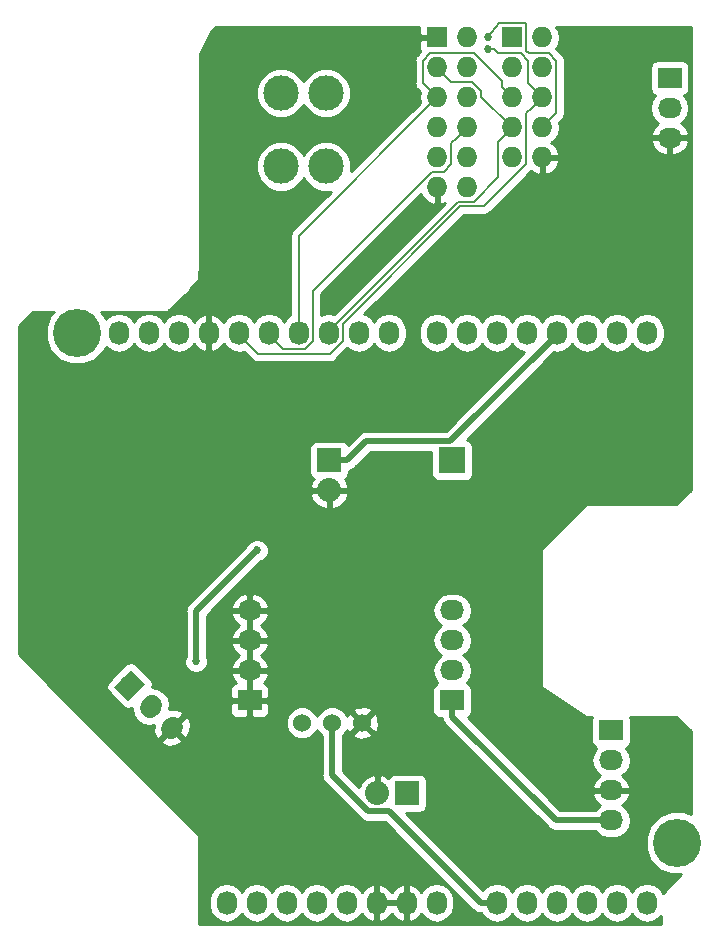
<source format=gbl>
G04 #@! TF.GenerationSoftware,KiCad,Pcbnew,5.0.0-rc2*
G04 #@! TF.CreationDate,2018-12-02T00:46:08-05:00*
G04 #@! TF.ProjectId,uno,756E6F2E6B696361645F706362000000,v1.0*
G04 #@! TF.SameCoordinates,Original*
G04 #@! TF.FileFunction,Copper,L2,Bot,Signal*
G04 #@! TF.FilePolarity,Positive*
%FSLAX46Y46*%
G04 Gerber Fmt 4.6, Leading zero omitted, Abs format (unit mm)*
G04 Created by KiCad (PCBNEW 5.0.0-rc2) date Sun Dec  2 00:46:08 2018*
%MOMM*%
%LPD*%
G01*
G04 APERTURE LIST*
G04 #@! TA.AperFunction,ComponentPad*
%ADD10O,2.032000X1.727200*%
G04 #@! TD*
G04 #@! TA.AperFunction,ComponentPad*
%ADD11R,2.032000X1.727200*%
G04 #@! TD*
G04 #@! TA.AperFunction,ComponentPad*
%ADD12O,1.727200X2.032000*%
G04 #@! TD*
G04 #@! TA.AperFunction,ComponentPad*
%ADD13C,1.727200*%
G04 #@! TD*
G04 #@! TA.AperFunction,ComponentPad*
%ADD14C,4.064000*%
G04 #@! TD*
G04 #@! TA.AperFunction,ComponentPad*
%ADD15R,1.727200X1.727200*%
G04 #@! TD*
G04 #@! TA.AperFunction,ComponentPad*
%ADD16O,1.727200X1.727200*%
G04 #@! TD*
G04 #@! TA.AperFunction,ComponentPad*
%ADD17C,2.999740*%
G04 #@! TD*
G04 #@! TA.AperFunction,ComponentPad*
%ADD18R,2.235200X2.235200*%
G04 #@! TD*
G04 #@! TA.AperFunction,Conductor*
%ADD19C,1.727200*%
G04 #@! TD*
G04 #@! TA.AperFunction,Conductor*
%ADD20C,0.100000*%
G04 #@! TD*
G04 #@! TA.AperFunction,ComponentPad*
%ADD21C,1.524000*%
G04 #@! TD*
G04 #@! TA.AperFunction,ComponentPad*
%ADD22O,2.032000X2.032000*%
G04 #@! TD*
G04 #@! TA.AperFunction,ComponentPad*
%ADD23R,2.032000X2.032000*%
G04 #@! TD*
G04 #@! TA.AperFunction,ViaPad*
%ADD24C,0.685800*%
G04 #@! TD*
G04 #@! TA.AperFunction,Conductor*
%ADD25C,0.508000*%
G04 #@! TD*
G04 #@! TA.AperFunction,Conductor*
%ADD26C,0.152400*%
G04 #@! TD*
G04 #@! TA.AperFunction,Conductor*
%ADD27C,0.254000*%
G04 #@! TD*
G04 APERTURE END LIST*
D10*
G04 #@! TO.P,P1,4*
G04 #@! TO.N,+5V*
X67310000Y-83820000D03*
G04 #@! TO.P,P1,3*
X67310000Y-86360000D03*
G04 #@! TO.P,P1,2*
X67310000Y-88900000D03*
D11*
G04 #@! TO.P,P1,1*
X67310000Y-91440000D03*
G04 #@! TD*
D12*
G04 #@! TO.P,U5,NC*
G04 #@! TO.N,Net-(U5-PadNC)*
X48209200Y-108585000D03*
G04 #@! TO.P,U5,IO*
G04 #@! TO.N,IOREF*
X50749200Y-108585000D03*
G04 #@! TO.P,U5,RST*
G04 #@! TO.N,RESET*
X53289200Y-108585000D03*
G04 #@! TO.P,U5,3V3*
G04 #@! TO.N,+3V3*
X55829200Y-108585000D03*
G04 #@! TO.P,U5,5V*
G04 #@! TO.N,+5V*
X58369200Y-108585000D03*
G04 #@! TO.P,U5,GND1*
G04 #@! TO.N,GND*
X60909200Y-108585000D03*
G04 #@! TO.P,U5,GND2*
X63449200Y-108585000D03*
G04 #@! TO.P,U5,VIN*
G04 #@! TO.N,VIN*
X65989200Y-108585000D03*
G04 #@! TO.P,U5,A0*
G04 #@! TO.N,/A0*
X71094600Y-108585000D03*
G04 #@! TO.P,U5,A1*
G04 #@! TO.N,/A1*
X73634600Y-108585000D03*
G04 #@! TO.P,U5,A2*
G04 #@! TO.N,/A2*
X76174600Y-108585000D03*
G04 #@! TO.P,U5,A5*
G04 #@! TO.N,/A5*
X83794600Y-108585000D03*
G04 #@! TO.P,U5,A4*
G04 #@! TO.N,/A4*
X81254600Y-108585000D03*
G04 #@! TO.P,U5,A3*
G04 #@! TO.N,/A3*
X78714600Y-108585000D03*
G04 #@! TO.P,U5,D1*
G04 #@! TO.N,/D1*
X81254600Y-60325000D03*
G04 #@! TO.P,U5,D0*
G04 #@! TO.N,/D0*
X83794600Y-60325000D03*
G04 #@! TO.P,U5,D5*
G04 #@! TO.N,/D5*
X71094600Y-60325000D03*
G04 #@! TO.P,U5,D4*
G04 #@! TO.N,/D4*
X73634600Y-60325000D03*
G04 #@! TO.P,U5,D6*
G04 #@! TO.N,/D6*
X68554600Y-60325000D03*
G04 #@! TO.P,U5,D7*
G04 #@! TO.N,/D7*
X66014600Y-60325000D03*
G04 #@! TO.P,U5,D3*
G04 #@! TO.N,/D3*
X76174600Y-60325000D03*
G04 #@! TO.P,U5,D2*
G04 #@! TO.N,/D2*
X78714600Y-60325000D03*
G04 #@! TO.P,U5,D13*
G04 #@! TO.N,/D13*
X49250600Y-60325000D03*
G04 #@! TO.P,U5,D12*
G04 #@! TO.N,/D12*
X51790600Y-60325000D03*
G04 #@! TO.P,U5,D11*
G04 #@! TO.N,/D11*
X54330600Y-60325000D03*
G04 #@! TO.P,U5,D8*
G04 #@! TO.N,/D8*
X61950600Y-60325000D03*
G04 #@! TO.P,U5,D9*
G04 #@! TO.N,/D9*
X59410600Y-60325000D03*
G04 #@! TO.P,U5,D10*
G04 #@! TO.N,/CS*
X56870600Y-60325000D03*
G04 #@! TO.P,U5,AREF*
G04 #@! TO.N,/AREF*
X44170600Y-60325000D03*
G04 #@! TO.P,U5,GND3*
G04 #@! TO.N,GND*
X46710600Y-60325000D03*
G04 #@! TO.P,U5,SCL*
G04 #@! TO.N,/A5*
X39090600Y-60325000D03*
G04 #@! TO.P,U5,SDA*
G04 #@! TO.N,/A4*
X41630600Y-60325000D03*
D13*
G04 #@! TO.P,U5,H1*
G04 #@! TO.N,N/C*
X35509200Y-60375800D03*
G04 #@! TD*
D14*
G04 #@! TO.P,U2,1*
G04 #@! TO.N,Net-(U2-Pad1)*
X86360000Y-103505000D03*
G04 #@! TD*
G04 #@! TO.P,U3,1*
G04 #@! TO.N,Net-(U3-Pad1)*
X35560000Y-60325000D03*
G04 #@! TD*
D15*
G04 #@! TO.P,P2,1*
G04 #@! TO.N,/CLKOUT*
X72390000Y-35306000D03*
D16*
G04 #@! TO.P,P2,2*
G04 #@! TO.N,/INT*
X74930000Y-35306000D03*
G04 #@! TO.P,P2,3*
G04 #@! TO.N,/WOL*
X72390000Y-37846000D03*
G04 #@! TO.P,P2,4*
G04 #@! TO.N,/D12*
X74930000Y-37846000D03*
G04 #@! TO.P,P2,5*
G04 #@! TO.N,/D11*
X72390000Y-40386000D03*
G04 #@! TO.P,P2,6*
G04 #@! TO.N,/D13*
X74930000Y-40386000D03*
G04 #@! TO.P,P2,7*
G04 #@! TO.N,/CS*
X72390000Y-42926000D03*
G04 #@! TO.P,P2,8*
G04 #@! TO.N,/RST*
X74930000Y-42926000D03*
G04 #@! TO.P,P2,9*
G04 #@! TO.N,/VCC_Branch*
X72390000Y-45466000D03*
G04 #@! TO.P,P2,10*
G04 #@! TO.N,GND*
X74930000Y-45466000D03*
G04 #@! TD*
D17*
G04 #@! TO.P,P3,1*
G04 #@! TO.N,+3V3*
X52832000Y-46228000D03*
G04 #@! TO.P,P3,2*
G04 #@! TO.N,/VCC_Branch*
X56642000Y-46228000D03*
G04 #@! TD*
G04 #@! TO.P,P4,2*
G04 #@! TO.N,/VCC_Branch*
X56642000Y-40006500D03*
G04 #@! TO.P,P4,1*
G04 #@! TO.N,+5V*
X52832000Y-40006500D03*
G04 #@! TD*
D11*
G04 #@! TO.P,P5,1*
G04 #@! TO.N,GND*
X50165000Y-91440000D03*
D10*
G04 #@! TO.P,P5,2*
X50165000Y-88900000D03*
G04 #@! TO.P,P5,3*
X50165000Y-86360000D03*
G04 #@! TO.P,P5,4*
X50165000Y-83820000D03*
G04 #@! TD*
D18*
G04 #@! TO.P,P6,1*
G04 #@! TO.N,/UNUSED*
X67310000Y-71120000D03*
G04 #@! TD*
D15*
G04 #@! TO.P,P7,1*
G04 #@! TO.N,GND*
X66040000Y-35306000D03*
D16*
G04 #@! TO.P,P7,2*
G04 #@! TO.N,/Q3*
X68580000Y-35306000D03*
G04 #@! TO.P,P7,3*
G04 #@! TO.N,/CS*
X66040000Y-37846000D03*
G04 #@! TO.P,P7,4*
G04 #@! TO.N,/RST*
X68580000Y-37846000D03*
G04 #@! TO.P,P7,5*
G04 #@! TO.N,/D11*
X66040000Y-40386000D03*
G04 #@! TO.P,P7,6*
G04 #@! TO.N,/D13*
X68580000Y-40386000D03*
G04 #@! TO.P,P7,7*
G04 #@! TO.N,/WOL*
X66040000Y-42926000D03*
G04 #@! TO.P,P7,8*
G04 #@! TO.N,/D12*
X68580000Y-42926000D03*
G04 #@! TO.P,P7,9*
G04 #@! TO.N,/CLKOUT*
X66040000Y-45466000D03*
G04 #@! TO.P,P7,10*
G04 #@! TO.N,/INT*
X68580000Y-45466000D03*
G04 #@! TO.P,P7,11*
G04 #@! TO.N,GND*
X66040000Y-48006000D03*
G04 #@! TO.P,P7,12*
G04 #@! TO.N,/VCC_Branch*
X68580000Y-48006000D03*
G04 #@! TD*
D13*
G04 #@! TO.P,P8,3*
G04 #@! TO.N,GND*
X43597102Y-93762102D03*
D19*
G04 #@! TD*
G04 #@! TO.N,GND*
G04 #@! TO.C,P8*
X43489339Y-93869865D02*
X43704865Y-93654339D01*
D13*
G04 #@! TO.P,P8,2*
G04 #@! TO.N,/D4*
X41801051Y-91966051D03*
D19*
G04 #@! TD*
G04 #@! TO.N,/D4*
G04 #@! TO.C,P8*
X41693288Y-92073814D02*
X41908814Y-91858288D01*
D13*
G04 #@! TO.P,P8,1*
G04 #@! TO.N,+5V*
X40005000Y-90170000D03*
D20*
G04 #@! TD*
G04 #@! TO.N,+5V*
G04 #@! TO.C,P8*
G36*
X39897237Y-91499078D02*
X38675922Y-90277763D01*
X40112763Y-88840922D01*
X41334078Y-90062237D01*
X39897237Y-91499078D01*
X39897237Y-91499078D01*
G37*
D11*
G04 #@! TO.P,P9,1*
G04 #@! TO.N,+5V*
X85725000Y-38735000D03*
D10*
G04 #@! TO.P,P9,2*
G04 #@! TO.N,/D2*
X85725000Y-41275000D03*
G04 #@! TO.P,P9,3*
G04 #@! TO.N,GND*
X85725000Y-43815000D03*
G04 #@! TD*
D21*
G04 #@! TO.P,P10,2*
G04 #@! TO.N,/A0*
X57150000Y-93345000D03*
G04 #@! TO.P,P10,3*
G04 #@! TO.N,GND*
X59690000Y-93345000D03*
G04 #@! TO.P,P10,1*
G04 #@! TO.N,+5V*
X54610000Y-93345000D03*
G04 #@! TD*
D22*
G04 #@! TO.P,P11,2*
G04 #@! TO.N,GND*
X60960000Y-99314000D03*
D23*
G04 #@! TO.P,P11,1*
G04 #@! TO.N,/A1*
X63500000Y-99314000D03*
G04 #@! TD*
G04 #@! TO.P,P12,1*
G04 #@! TO.N,/D3*
X56896000Y-71120000D03*
D22*
G04 #@! TO.P,P12,2*
G04 #@! TO.N,GND*
X56896000Y-73660000D03*
G04 #@! TD*
D11*
G04 #@! TO.P,P13,1*
G04 #@! TO.N,/A4*
X80772000Y-93980000D03*
D10*
G04 #@! TO.P,P13,2*
G04 #@! TO.N,/A5*
X80772000Y-96520000D03*
G04 #@! TO.P,P13,3*
G04 #@! TO.N,GND*
X80772000Y-99060000D03*
G04 #@! TO.P,P13,4*
G04 #@! TO.N,+5V*
X80772000Y-101600000D03*
G04 #@! TD*
D24*
G04 #@! TO.N,GND*
X81280000Y-69850000D03*
X63246000Y-51308000D03*
X68326000Y-54356000D03*
G04 #@! TO.N,/RST*
X70358000Y-35306000D03*
G04 #@! TO.N,/D13*
X70358000Y-36322000D03*
G04 #@! TO.N,/D4*
X45629102Y-88138000D03*
X50800000Y-78740000D03*
G04 #@! TD*
D25*
G04 #@! TO.N,GND*
X50165000Y-83820000D02*
X50165000Y-91440000D01*
G04 #@! TO.N,+5V*
X79908400Y-101600000D02*
X80772000Y-101600000D01*
X67310000Y-92811600D02*
X76098400Y-101600000D01*
X67310000Y-91440000D02*
X67310000Y-92811600D01*
X76098400Y-101600000D02*
X80772000Y-101600000D01*
D26*
G04 #@! TO.N,/RST*
X71262239Y-34112199D02*
X70358000Y-35306000D01*
X73583801Y-34178239D02*
X73517761Y-34112199D01*
X73517761Y-34112199D02*
X71262239Y-34112199D01*
X73583801Y-36433761D02*
X73583801Y-34178239D01*
X73802239Y-36652199D02*
X73583801Y-36433761D01*
X76123801Y-37272975D02*
X75503025Y-36652199D01*
X76123801Y-41732199D02*
X76123801Y-37272975D01*
X75503025Y-36652199D02*
X73802239Y-36652199D01*
X74930000Y-42926000D02*
X76123801Y-41732199D01*
X70358000Y-35016438D02*
X70358000Y-35306000D01*
X70358000Y-35306000D02*
X70358000Y-35016438D01*
G04 #@! TO.N,/CS*
X71196199Y-44119801D02*
X71526401Y-43789599D01*
X71196199Y-47156627D02*
X71196199Y-44119801D01*
X69153025Y-49199801D02*
X71196199Y-47156627D01*
X67843399Y-49199801D02*
X69153025Y-49199801D01*
X71526401Y-43789599D02*
X72390000Y-42926000D01*
X56870600Y-60172600D02*
X67843399Y-49199801D01*
X56870600Y-60325000D02*
X56870600Y-60172600D01*
X67233801Y-39039801D02*
X66903599Y-38709599D01*
X69000627Y-39039801D02*
X67233801Y-39039801D01*
X66903599Y-38709599D02*
X66040000Y-37846000D01*
X69773801Y-39812975D02*
X69000627Y-39039801D01*
X69773801Y-40309801D02*
X69773801Y-39812975D01*
X72390000Y-42926000D02*
X69773801Y-40309801D01*
G04 #@! TO.N,/D13*
X74066401Y-41249599D02*
X74930000Y-40386000D01*
X49250600Y-60325000D02*
X49250600Y-60477400D01*
X49250600Y-60477400D02*
X50850819Y-62077619D01*
X50850819Y-62077619D02*
X56958683Y-62077619D01*
X58064410Y-60971892D02*
X58064410Y-59553540D01*
X58064410Y-59553540D02*
X68011739Y-49606211D01*
X68011739Y-49606211D02*
X70016615Y-49606211D01*
X73583801Y-41732199D02*
X74066401Y-41249599D01*
X70016615Y-49606211D02*
X73583801Y-46039025D01*
X56958683Y-62077619D02*
X58064410Y-60971892D01*
X73583801Y-46039025D02*
X73583801Y-41732199D01*
X73736199Y-39192199D02*
X74066401Y-39522401D01*
X73736199Y-37272975D02*
X73736199Y-39192199D01*
X74066401Y-39522401D02*
X74930000Y-40386000D01*
X71173132Y-36652199D02*
X73115423Y-36652199D01*
X70842933Y-36322000D02*
X71173132Y-36652199D01*
X73115423Y-36652199D02*
X73736199Y-37272975D01*
X70358000Y-36322000D02*
X70842933Y-36322000D01*
G04 #@! TO.N,/D11*
X54330600Y-52095400D02*
X66040000Y-40386000D01*
X54330600Y-60325000D02*
X54330600Y-52095400D01*
X71526401Y-39522401D02*
X72390000Y-40386000D01*
X69153025Y-36652199D02*
X71526401Y-39025575D01*
X65466975Y-36652199D02*
X69153025Y-36652199D01*
X64846199Y-37272975D02*
X65466975Y-36652199D01*
X64846199Y-39192199D02*
X64846199Y-37272975D01*
X71526401Y-39025575D02*
X71526401Y-39522401D01*
X66040000Y-40386000D02*
X64846199Y-39192199D01*
G04 #@! TO.N,/D12*
X67233801Y-44272199D02*
X67716401Y-43789599D01*
X66613025Y-46659801D02*
X67233801Y-46039025D01*
X65608199Y-46659801D02*
X66613025Y-46659801D01*
X67716401Y-43789599D02*
X68580000Y-42926000D01*
X67233801Y-46039025D02*
X67233801Y-44272199D01*
X55524410Y-56743590D02*
X65608199Y-46659801D01*
X55524410Y-60971892D02*
X55524410Y-56743590D01*
X54825092Y-61671210D02*
X55524410Y-60971892D01*
X52984410Y-61671210D02*
X54825092Y-61671210D01*
X51790600Y-60477400D02*
X52984410Y-61671210D01*
X51790600Y-60325000D02*
X51790600Y-60477400D01*
D25*
G04 #@! TO.N,/D4*
X45629102Y-83910898D02*
X45629102Y-88138000D01*
X50800000Y-78740000D02*
X45629102Y-83910898D01*
G04 #@! TO.N,/D3*
X58420000Y-71120000D02*
X56896000Y-71120000D01*
X60045601Y-69494399D02*
X58420000Y-71120000D01*
X76174600Y-60477400D02*
X67157601Y-69494399D01*
X67157601Y-69494399D02*
X60045601Y-69494399D01*
X76174600Y-60325000D02*
X76174600Y-60477400D01*
G04 #@! TO.N,/A0*
X57150000Y-94422630D02*
X57150000Y-93345000D01*
X60228479Y-100838001D02*
X57150000Y-97759522D01*
X61976001Y-100838001D02*
X60228479Y-100838001D01*
X69723000Y-108585000D02*
X61976001Y-100838001D01*
X57150000Y-97759522D02*
X57150000Y-94422630D01*
X71094600Y-108585000D02*
X69723000Y-108585000D01*
G04 #@! TD*
D27*
G04 #@! TO.N,GND*
G36*
X64541400Y-35020250D02*
X64700150Y-35179000D01*
X65913000Y-35179000D01*
X65913000Y-35159000D01*
X66167000Y-35159000D01*
X66167000Y-35179000D01*
X66187000Y-35179000D01*
X66187000Y-35433000D01*
X66167000Y-35433000D01*
X66167000Y-35453000D01*
X65913000Y-35453000D01*
X65913000Y-35433000D01*
X64700150Y-35433000D01*
X64541400Y-35591750D01*
X64541400Y-36295910D01*
X64622261Y-36491125D01*
X64392833Y-36720553D01*
X64333454Y-36760229D01*
X64293778Y-36819608D01*
X64293775Y-36819611D01*
X64176264Y-36995479D01*
X64121067Y-37272975D01*
X64135000Y-37343021D01*
X64134999Y-39122157D01*
X64121067Y-39192199D01*
X64134999Y-39262240D01*
X64134999Y-39262244D01*
X64176263Y-39469694D01*
X64176264Y-39469695D01*
X64293775Y-39645563D01*
X64293777Y-39645565D01*
X64333453Y-39704944D01*
X64392832Y-39744620D01*
X64598675Y-39950463D01*
X64512041Y-40386000D01*
X64598675Y-40821537D01*
X58776870Y-46643342D01*
X58776870Y-45803348D01*
X58451856Y-45018693D01*
X57851307Y-44418144D01*
X57066652Y-44093130D01*
X56217348Y-44093130D01*
X55432693Y-44418144D01*
X54832144Y-45018693D01*
X54737000Y-45248391D01*
X54641856Y-45018693D01*
X54041307Y-44418144D01*
X53256652Y-44093130D01*
X52407348Y-44093130D01*
X51622693Y-44418144D01*
X51022144Y-45018693D01*
X50697130Y-45803348D01*
X50697130Y-46652652D01*
X51022144Y-47437307D01*
X51622693Y-48037856D01*
X52407348Y-48362870D01*
X53256652Y-48362870D01*
X54041307Y-48037856D01*
X54641856Y-47437307D01*
X54737000Y-47207609D01*
X54832144Y-47437307D01*
X55432693Y-48037856D01*
X56217348Y-48362870D01*
X57057342Y-48362870D01*
X53877234Y-51542978D01*
X53817855Y-51582654D01*
X53778179Y-51642033D01*
X53778176Y-51642036D01*
X53660665Y-51817904D01*
X53605468Y-52095400D01*
X53619401Y-52165446D01*
X53619400Y-58845459D01*
X53250170Y-59092171D01*
X53060600Y-59375882D01*
X52871029Y-59092170D01*
X52375324Y-58760950D01*
X51790600Y-58644641D01*
X51205875Y-58760951D01*
X50710170Y-59092171D01*
X50520600Y-59375882D01*
X50331029Y-59092170D01*
X49835324Y-58760950D01*
X49250600Y-58644641D01*
X48665875Y-58760951D01*
X48170170Y-59092171D01*
X47976691Y-59381733D01*
X47612636Y-58974268D01*
X47085391Y-58720291D01*
X47069626Y-58717642D01*
X46837600Y-58838783D01*
X46837600Y-60198000D01*
X46857600Y-60198000D01*
X46857600Y-60452000D01*
X46837600Y-60452000D01*
X46837600Y-61811217D01*
X47069626Y-61932358D01*
X47085391Y-61929709D01*
X47612636Y-61675732D01*
X47976691Y-61268267D01*
X48170171Y-61557830D01*
X48665876Y-61889050D01*
X49250600Y-62005359D01*
X49686136Y-61918725D01*
X50298397Y-62530986D01*
X50338073Y-62590365D01*
X50397452Y-62630041D01*
X50397454Y-62630043D01*
X50573321Y-62747554D01*
X50573322Y-62747554D01*
X50573323Y-62747555D01*
X50780773Y-62788819D01*
X50780776Y-62788819D01*
X50850818Y-62802751D01*
X50920860Y-62788819D01*
X56888642Y-62788819D01*
X56958683Y-62802751D01*
X57028724Y-62788819D01*
X57028729Y-62788819D01*
X57236179Y-62747555D01*
X57471429Y-62590365D01*
X57511107Y-62530983D01*
X58422541Y-61619550D01*
X58825876Y-61889050D01*
X59410600Y-62005359D01*
X59995325Y-61889049D01*
X60491030Y-61557829D01*
X60680600Y-61274118D01*
X60870171Y-61557830D01*
X61365876Y-61889050D01*
X61950600Y-62005359D01*
X62535325Y-61889049D01*
X63031030Y-61557829D01*
X63362250Y-61062124D01*
X63449200Y-60624997D01*
X63449199Y-60025002D01*
X63362249Y-59587875D01*
X63031029Y-59092170D01*
X62535324Y-58760950D01*
X61950600Y-58644641D01*
X61365875Y-58760951D01*
X60870170Y-59092171D01*
X60680600Y-59375882D01*
X60491029Y-59092170D01*
X59995324Y-58760950D01*
X59884777Y-58738961D01*
X68306328Y-50317411D01*
X69946574Y-50317411D01*
X70016615Y-50331343D01*
X70086656Y-50317411D01*
X70086661Y-50317411D01*
X70294111Y-50276147D01*
X70529361Y-50118957D01*
X70569039Y-50059575D01*
X74000607Y-46628008D01*
X74041510Y-46672821D01*
X74570973Y-46920968D01*
X74803000Y-46800469D01*
X74803000Y-45593000D01*
X75057000Y-45593000D01*
X75057000Y-46800469D01*
X75289027Y-46920968D01*
X75818490Y-46672821D01*
X76212688Y-46240947D01*
X76384958Y-45825026D01*
X76263817Y-45593000D01*
X75057000Y-45593000D01*
X74803000Y-45593000D01*
X74783000Y-45593000D01*
X74783000Y-45339000D01*
X74803000Y-45339000D01*
X74803000Y-45319000D01*
X75057000Y-45319000D01*
X75057000Y-45339000D01*
X76263817Y-45339000D01*
X76384958Y-45106974D01*
X76212688Y-44691053D01*
X75818490Y-44259179D01*
X75708979Y-44207854D01*
X75759605Y-44174026D01*
X84117642Y-44174026D01*
X84120291Y-44189791D01*
X84374268Y-44717036D01*
X84810680Y-45106954D01*
X85363087Y-45300184D01*
X85598000Y-45155924D01*
X85598000Y-43942000D01*
X85852000Y-43942000D01*
X85852000Y-45155924D01*
X86086913Y-45300184D01*
X86639320Y-45106954D01*
X87075732Y-44717036D01*
X87329709Y-44189791D01*
X87332358Y-44174026D01*
X87211217Y-43942000D01*
X85852000Y-43942000D01*
X85598000Y-43942000D01*
X84238783Y-43942000D01*
X84117642Y-44174026D01*
X75759605Y-44174026D01*
X76010430Y-44006430D01*
X76341650Y-43510725D01*
X76457959Y-42926000D01*
X76371325Y-42490463D01*
X76577170Y-42284619D01*
X76636546Y-42244945D01*
X76676220Y-42185569D01*
X76676225Y-42185564D01*
X76793736Y-42009696D01*
X76848933Y-41732199D01*
X76835000Y-41662152D01*
X76835000Y-41275000D01*
X84044641Y-41275000D01*
X84160950Y-41859725D01*
X84492170Y-42355430D01*
X84781732Y-42548910D01*
X84374268Y-42912964D01*
X84120291Y-43440209D01*
X84117642Y-43455974D01*
X84238783Y-43688000D01*
X85598000Y-43688000D01*
X85598000Y-43668000D01*
X85852000Y-43668000D01*
X85852000Y-43688000D01*
X87211217Y-43688000D01*
X87332358Y-43455974D01*
X87329709Y-43440209D01*
X87075732Y-42912964D01*
X86668268Y-42548910D01*
X86957830Y-42355430D01*
X87289050Y-41859725D01*
X87405359Y-41275000D01*
X87289050Y-40690275D01*
X86962749Y-40201932D01*
X86988765Y-40196757D01*
X87198809Y-40056409D01*
X87339157Y-39846365D01*
X87388440Y-39598600D01*
X87388440Y-37871400D01*
X87339157Y-37623635D01*
X87198809Y-37413591D01*
X86988765Y-37273243D01*
X86741000Y-37223960D01*
X84709000Y-37223960D01*
X84461235Y-37273243D01*
X84251191Y-37413591D01*
X84110843Y-37623635D01*
X84061560Y-37871400D01*
X84061560Y-39598600D01*
X84110843Y-39846365D01*
X84251191Y-40056409D01*
X84461235Y-40196757D01*
X84487251Y-40201932D01*
X84160950Y-40690275D01*
X84044641Y-41275000D01*
X76835000Y-41275000D01*
X76835001Y-37343017D01*
X76848933Y-37272975D01*
X76835001Y-37202933D01*
X76835001Y-37202930D01*
X76793737Y-36995480D01*
X76774003Y-36965946D01*
X76676225Y-36819610D01*
X76676221Y-36819606D01*
X76636547Y-36760230D01*
X76577171Y-36720556D01*
X76103602Y-36246988D01*
X76341650Y-35890725D01*
X76457959Y-35306000D01*
X76341650Y-34721275D01*
X76138339Y-34417000D01*
X87503000Y-34417000D01*
X87503000Y-73607394D01*
X86307394Y-74803000D01*
X78740000Y-74803000D01*
X78691399Y-74812667D01*
X78650197Y-74840197D01*
X74840197Y-78650197D01*
X74812667Y-78691399D01*
X74803000Y-78740000D01*
X74803000Y-90170000D01*
X74812667Y-90218601D01*
X74840197Y-90259803D01*
X74859553Y-90275670D01*
X78669553Y-92815670D01*
X78740000Y-92837000D01*
X79178981Y-92837000D01*
X79157843Y-92868635D01*
X79108560Y-93116400D01*
X79108560Y-94843600D01*
X79157843Y-95091365D01*
X79298191Y-95301409D01*
X79508235Y-95441757D01*
X79534251Y-95446932D01*
X79207950Y-95935275D01*
X79091641Y-96520000D01*
X79207950Y-97104725D01*
X79539170Y-97600430D01*
X79828732Y-97793910D01*
X79421268Y-98157964D01*
X79167291Y-98685209D01*
X79164642Y-98700974D01*
X79285783Y-98933000D01*
X80645000Y-98933000D01*
X80645000Y-98913000D01*
X80899000Y-98913000D01*
X80899000Y-98933000D01*
X82258217Y-98933000D01*
X82379358Y-98700974D01*
X82376709Y-98685209D01*
X82122732Y-98157964D01*
X81715268Y-97793910D01*
X82004830Y-97600430D01*
X82336050Y-97104725D01*
X82452359Y-96520000D01*
X82336050Y-95935275D01*
X82009749Y-95446932D01*
X82035765Y-95441757D01*
X82245809Y-95301409D01*
X82386157Y-95091365D01*
X82435440Y-94843600D01*
X82435440Y-93116400D01*
X82386157Y-92868635D01*
X82365019Y-92837000D01*
X86307394Y-92837000D01*
X87503000Y-94032606D01*
X87503000Y-101091706D01*
X86890499Y-100838000D01*
X85829501Y-100838000D01*
X84849266Y-101244026D01*
X84099026Y-101994266D01*
X83693000Y-102974501D01*
X83693000Y-104035499D01*
X84099026Y-105015734D01*
X84849266Y-105765974D01*
X85829501Y-106172000D01*
X86688394Y-106172000D01*
X85128652Y-107731742D01*
X84875029Y-107352170D01*
X84379324Y-107020950D01*
X83794600Y-106904641D01*
X83209875Y-107020951D01*
X82714170Y-107352171D01*
X82524600Y-107635882D01*
X82335029Y-107352170D01*
X81839324Y-107020950D01*
X81254600Y-106904641D01*
X80669875Y-107020951D01*
X80174170Y-107352171D01*
X79984600Y-107635882D01*
X79795029Y-107352170D01*
X79299324Y-107020950D01*
X78714600Y-106904641D01*
X78129875Y-107020951D01*
X77634170Y-107352171D01*
X77444600Y-107635882D01*
X77255029Y-107352170D01*
X76759324Y-107020950D01*
X76174600Y-106904641D01*
X75589875Y-107020951D01*
X75094170Y-107352171D01*
X74904600Y-107635882D01*
X74715029Y-107352170D01*
X74219324Y-107020950D01*
X73634600Y-106904641D01*
X73049875Y-107020951D01*
X72554170Y-107352171D01*
X72364600Y-107635882D01*
X72175029Y-107352170D01*
X71679324Y-107020950D01*
X71094600Y-106904641D01*
X70509875Y-107020951D01*
X70014170Y-107352171D01*
X69907320Y-107512084D01*
X63372675Y-100977440D01*
X64516000Y-100977440D01*
X64763765Y-100928157D01*
X64973809Y-100787809D01*
X65114157Y-100577765D01*
X65163440Y-100330000D01*
X65163440Y-98298000D01*
X65114157Y-98050235D01*
X64973809Y-97840191D01*
X64763765Y-97699843D01*
X64516000Y-97650560D01*
X62484000Y-97650560D01*
X62236235Y-97699843D01*
X62026191Y-97840191D01*
X61921338Y-97997113D01*
X61824818Y-97907615D01*
X61342944Y-97708025D01*
X61087000Y-97827164D01*
X61087000Y-99187000D01*
X61107000Y-99187000D01*
X61107000Y-99441000D01*
X61087000Y-99441000D01*
X61087000Y-99461000D01*
X60833000Y-99461000D01*
X60833000Y-99441000D01*
X60813000Y-99441000D01*
X60813000Y-99187000D01*
X60833000Y-99187000D01*
X60833000Y-97827164D01*
X60577056Y-97708025D01*
X60095182Y-97907615D01*
X59622812Y-98345621D01*
X59424738Y-98777024D01*
X58038999Y-97391286D01*
X58039000Y-94431657D01*
X58145444Y-94325213D01*
X58889392Y-94325213D01*
X58958857Y-94567397D01*
X59482302Y-94754144D01*
X60037368Y-94726362D01*
X60421143Y-94567397D01*
X60490608Y-94325213D01*
X59690000Y-93524605D01*
X58889392Y-94325213D01*
X58145444Y-94325213D01*
X58334320Y-94136337D01*
X58413428Y-93945353D01*
X58467603Y-94076143D01*
X58709787Y-94145608D01*
X59510395Y-93345000D01*
X59869605Y-93345000D01*
X60670213Y-94145608D01*
X60912397Y-94076143D01*
X61099144Y-93552698D01*
X61071362Y-92997632D01*
X60912397Y-92613857D01*
X60670213Y-92544392D01*
X59869605Y-93345000D01*
X59510395Y-93345000D01*
X58709787Y-92544392D01*
X58467603Y-92613857D01*
X58417465Y-92754393D01*
X58334320Y-92553663D01*
X58145444Y-92364787D01*
X58889392Y-92364787D01*
X59690000Y-93165395D01*
X60490608Y-92364787D01*
X60421143Y-92122603D01*
X59897698Y-91935856D01*
X59342632Y-91963638D01*
X58958857Y-92122603D01*
X58889392Y-92364787D01*
X58145444Y-92364787D01*
X57941337Y-92160680D01*
X57427881Y-91948000D01*
X56872119Y-91948000D01*
X56358663Y-92160680D01*
X55965680Y-92553663D01*
X55880000Y-92760513D01*
X55794320Y-92553663D01*
X55401337Y-92160680D01*
X54887881Y-91948000D01*
X54332119Y-91948000D01*
X53818663Y-92160680D01*
X53425680Y-92553663D01*
X53213000Y-93067119D01*
X53213000Y-93622881D01*
X53425680Y-94136337D01*
X53818663Y-94529320D01*
X54332119Y-94742000D01*
X54887881Y-94742000D01*
X55401337Y-94529320D01*
X55794320Y-94136337D01*
X55880000Y-93929487D01*
X55965680Y-94136337D01*
X56261000Y-94431657D01*
X56261000Y-94510185D01*
X56261001Y-94510190D01*
X56261000Y-97671967D01*
X56243584Y-97759522D01*
X56261000Y-97847077D01*
X56312581Y-98106391D01*
X56509067Y-98400454D01*
X56583293Y-98450050D01*
X59537949Y-101404707D01*
X59587546Y-101478934D01*
X59881609Y-101675420D01*
X60140923Y-101727001D01*
X60140924Y-101727001D01*
X60228479Y-101744417D01*
X60316034Y-101727001D01*
X61607766Y-101727001D01*
X69032471Y-109151707D01*
X69082067Y-109225933D01*
X69376130Y-109422419D01*
X69635444Y-109474000D01*
X69722999Y-109491416D01*
X69787495Y-109478587D01*
X70014171Y-109817830D01*
X70509876Y-110149050D01*
X71094600Y-110265359D01*
X71679325Y-110149049D01*
X72175030Y-109817829D01*
X72364600Y-109534118D01*
X72554171Y-109817830D01*
X73049876Y-110149050D01*
X73634600Y-110265359D01*
X74219325Y-110149049D01*
X74715030Y-109817829D01*
X74904600Y-109534118D01*
X75094171Y-109817830D01*
X75589876Y-110149050D01*
X76174600Y-110265359D01*
X76759325Y-110149049D01*
X77255030Y-109817829D01*
X77444600Y-109534118D01*
X77634171Y-109817830D01*
X78129876Y-110149050D01*
X78714600Y-110265359D01*
X79299325Y-110149049D01*
X79795030Y-109817829D01*
X79984600Y-109534118D01*
X80174171Y-109817830D01*
X80669876Y-110149050D01*
X81254600Y-110265359D01*
X81839325Y-110149049D01*
X82335030Y-109817829D01*
X82524600Y-109534118D01*
X82714171Y-109817830D01*
X83209876Y-110149050D01*
X83794600Y-110265359D01*
X84379325Y-110149049D01*
X84875030Y-109817829D01*
X84963000Y-109686173D01*
X84963000Y-110363000D01*
X45847000Y-110363000D01*
X45847000Y-108285003D01*
X46710600Y-108285003D01*
X46710601Y-108884998D01*
X46797551Y-109322125D01*
X47128771Y-109817830D01*
X47624476Y-110149050D01*
X48209200Y-110265359D01*
X48793925Y-110149049D01*
X49289630Y-109817829D01*
X49479200Y-109534118D01*
X49668771Y-109817830D01*
X50164476Y-110149050D01*
X50749200Y-110265359D01*
X51333925Y-110149049D01*
X51829630Y-109817829D01*
X52019200Y-109534118D01*
X52208771Y-109817830D01*
X52704476Y-110149050D01*
X53289200Y-110265359D01*
X53873925Y-110149049D01*
X54369630Y-109817829D01*
X54559200Y-109534118D01*
X54748771Y-109817830D01*
X55244476Y-110149050D01*
X55829200Y-110265359D01*
X56413925Y-110149049D01*
X56909630Y-109817829D01*
X57099200Y-109534118D01*
X57288771Y-109817830D01*
X57784476Y-110149050D01*
X58369200Y-110265359D01*
X58953925Y-110149049D01*
X59449630Y-109817829D01*
X59643109Y-109528267D01*
X60007164Y-109935732D01*
X60534409Y-110189709D01*
X60550174Y-110192358D01*
X60782200Y-110071217D01*
X60782200Y-108712000D01*
X61036200Y-108712000D01*
X61036200Y-110071217D01*
X61268226Y-110192358D01*
X61283991Y-110189709D01*
X61811236Y-109935732D01*
X62179200Y-109523892D01*
X62547164Y-109935732D01*
X63074409Y-110189709D01*
X63090174Y-110192358D01*
X63322200Y-110071217D01*
X63322200Y-108712000D01*
X61036200Y-108712000D01*
X60782200Y-108712000D01*
X60762200Y-108712000D01*
X60762200Y-108458000D01*
X60782200Y-108458000D01*
X60782200Y-107098783D01*
X61036200Y-107098783D01*
X61036200Y-108458000D01*
X63322200Y-108458000D01*
X63322200Y-107098783D01*
X63576200Y-107098783D01*
X63576200Y-108458000D01*
X63596200Y-108458000D01*
X63596200Y-108712000D01*
X63576200Y-108712000D01*
X63576200Y-110071217D01*
X63808226Y-110192358D01*
X63823991Y-110189709D01*
X64351236Y-109935732D01*
X64715291Y-109528267D01*
X64908771Y-109817830D01*
X65404476Y-110149050D01*
X65989200Y-110265359D01*
X66573925Y-110149049D01*
X67069630Y-109817829D01*
X67400850Y-109322124D01*
X67487800Y-108884997D01*
X67487799Y-108285002D01*
X67400849Y-107847875D01*
X67069629Y-107352170D01*
X66573924Y-107020950D01*
X65989200Y-106904641D01*
X65404475Y-107020951D01*
X64908770Y-107352171D01*
X64715291Y-107641733D01*
X64351236Y-107234268D01*
X63823991Y-106980291D01*
X63808226Y-106977642D01*
X63576200Y-107098783D01*
X63322200Y-107098783D01*
X63090174Y-106977642D01*
X63074409Y-106980291D01*
X62547164Y-107234268D01*
X62179200Y-107646108D01*
X61811236Y-107234268D01*
X61283991Y-106980291D01*
X61268226Y-106977642D01*
X61036200Y-107098783D01*
X60782200Y-107098783D01*
X60550174Y-106977642D01*
X60534409Y-106980291D01*
X60007164Y-107234268D01*
X59643109Y-107641733D01*
X59449629Y-107352170D01*
X58953924Y-107020950D01*
X58369200Y-106904641D01*
X57784475Y-107020951D01*
X57288770Y-107352171D01*
X57099200Y-107635882D01*
X56909629Y-107352170D01*
X56413924Y-107020950D01*
X55829200Y-106904641D01*
X55244475Y-107020951D01*
X54748770Y-107352171D01*
X54559200Y-107635882D01*
X54369629Y-107352170D01*
X53873924Y-107020950D01*
X53289200Y-106904641D01*
X52704475Y-107020951D01*
X52208770Y-107352171D01*
X52019200Y-107635882D01*
X51829629Y-107352170D01*
X51333924Y-107020950D01*
X50749200Y-106904641D01*
X50164475Y-107020951D01*
X49668770Y-107352171D01*
X49479200Y-107635882D01*
X49289629Y-107352170D01*
X48793924Y-107020950D01*
X48209200Y-106904641D01*
X47624475Y-107020951D01*
X47128770Y-107352171D01*
X46797550Y-107847876D01*
X46710600Y-108285003D01*
X45847000Y-108285003D01*
X45847000Y-102870000D01*
X45837333Y-102821399D01*
X45809803Y-102780197D01*
X37932425Y-94902819D01*
X42635990Y-94902819D01*
X42714398Y-95152545D01*
X42727419Y-95161820D01*
X43279826Y-95355050D01*
X43864130Y-95322173D01*
X44391375Y-95068197D01*
X44455476Y-94800081D01*
X43597102Y-93941707D01*
X42635990Y-94902819D01*
X37932425Y-94902819D01*
X34259957Y-91230351D01*
X33331952Y-90277763D01*
X38028482Y-90277763D01*
X38077765Y-90525528D01*
X38218113Y-90735572D01*
X39439428Y-91956887D01*
X39649472Y-92097235D01*
X39897237Y-92146518D01*
X40145002Y-92097235D01*
X40167057Y-92082498D01*
X40281638Y-92658538D01*
X40612858Y-93154244D01*
X41108564Y-93485464D01*
X41693288Y-93601772D01*
X42034850Y-93533832D01*
X42004154Y-94079378D01*
X42197384Y-94631785D01*
X42206659Y-94644806D01*
X42456385Y-94723214D01*
X43417497Y-93762102D01*
X43776707Y-93762102D01*
X44635081Y-94620476D01*
X44903197Y-94556375D01*
X45157173Y-94029130D01*
X45190050Y-93444826D01*
X44996820Y-92892419D01*
X44987545Y-92879398D01*
X44737819Y-92800990D01*
X43776707Y-93762102D01*
X43417497Y-93762102D01*
X43403355Y-93747960D01*
X43582960Y-93568355D01*
X43597102Y-93582497D01*
X44558214Y-92621385D01*
X44479806Y-92371659D01*
X44466785Y-92362384D01*
X43914378Y-92169154D01*
X43368832Y-92199850D01*
X43436772Y-91858288D01*
X43410409Y-91725750D01*
X48514000Y-91725750D01*
X48514000Y-92429910D01*
X48610673Y-92663299D01*
X48789302Y-92841927D01*
X49022691Y-92938600D01*
X49879250Y-92938600D01*
X50038000Y-92779850D01*
X50038000Y-91567000D01*
X50292000Y-91567000D01*
X50292000Y-92779850D01*
X50450750Y-92938600D01*
X51307309Y-92938600D01*
X51540698Y-92841927D01*
X51719327Y-92663299D01*
X51816000Y-92429910D01*
X51816000Y-91725750D01*
X51657250Y-91567000D01*
X50292000Y-91567000D01*
X50038000Y-91567000D01*
X48672750Y-91567000D01*
X48514000Y-91725750D01*
X43410409Y-91725750D01*
X43320464Y-91273564D01*
X42989244Y-90777858D01*
X42498705Y-90450090D01*
X48514000Y-90450090D01*
X48514000Y-91154250D01*
X48672750Y-91313000D01*
X50038000Y-91313000D01*
X50038000Y-89027000D01*
X50292000Y-89027000D01*
X50292000Y-91313000D01*
X51657250Y-91313000D01*
X51816000Y-91154250D01*
X51816000Y-90450090D01*
X51719327Y-90216701D01*
X51540698Y-90038073D01*
X51343139Y-89956241D01*
X51515732Y-89802036D01*
X51769709Y-89274791D01*
X51772358Y-89259026D01*
X51651217Y-89027000D01*
X50292000Y-89027000D01*
X50038000Y-89027000D01*
X48678783Y-89027000D01*
X48557642Y-89259026D01*
X48560291Y-89274791D01*
X48814268Y-89802036D01*
X48986861Y-89956241D01*
X48789302Y-90038073D01*
X48610673Y-90216701D01*
X48514000Y-90450090D01*
X42498705Y-90450090D01*
X42493538Y-90446638D01*
X41917498Y-90332057D01*
X41932235Y-90310002D01*
X41981518Y-90062237D01*
X41932235Y-89814472D01*
X41791887Y-89604428D01*
X40570572Y-88383113D01*
X40360528Y-88242765D01*
X40112763Y-88193482D01*
X39864998Y-88242765D01*
X39654954Y-88383113D01*
X38218113Y-89819954D01*
X38077765Y-90029998D01*
X38028482Y-90277763D01*
X33331952Y-90277763D01*
X31057913Y-87943484D01*
X44651202Y-87943484D01*
X44651202Y-88332516D01*
X44800079Y-88691936D01*
X45075166Y-88967023D01*
X45434586Y-89115900D01*
X45823618Y-89115900D01*
X46183038Y-88967023D01*
X46458125Y-88691936D01*
X46607002Y-88332516D01*
X46607002Y-87943484D01*
X46518102Y-87728861D01*
X46518102Y-86719026D01*
X48557642Y-86719026D01*
X48560291Y-86734791D01*
X48814268Y-87262036D01*
X49226108Y-87630000D01*
X48814268Y-87997964D01*
X48560291Y-88525209D01*
X48557642Y-88540974D01*
X48678783Y-88773000D01*
X50038000Y-88773000D01*
X50038000Y-86487000D01*
X50292000Y-86487000D01*
X50292000Y-88773000D01*
X51651217Y-88773000D01*
X51772358Y-88540974D01*
X51769709Y-88525209D01*
X51515732Y-87997964D01*
X51103892Y-87630000D01*
X51515732Y-87262036D01*
X51769709Y-86734791D01*
X51772358Y-86719026D01*
X51651217Y-86487000D01*
X50292000Y-86487000D01*
X50038000Y-86487000D01*
X48678783Y-86487000D01*
X48557642Y-86719026D01*
X46518102Y-86719026D01*
X46518101Y-84279134D01*
X46618209Y-84179026D01*
X48557642Y-84179026D01*
X48560291Y-84194791D01*
X48814268Y-84722036D01*
X49226108Y-85090000D01*
X48814268Y-85457964D01*
X48560291Y-85985209D01*
X48557642Y-86000974D01*
X48678783Y-86233000D01*
X50038000Y-86233000D01*
X50038000Y-83947000D01*
X50292000Y-83947000D01*
X50292000Y-86233000D01*
X51651217Y-86233000D01*
X51772358Y-86000974D01*
X51769709Y-85985209D01*
X51515732Y-85457964D01*
X51103892Y-85090000D01*
X51515732Y-84722036D01*
X51769709Y-84194791D01*
X51772358Y-84179026D01*
X51651217Y-83947000D01*
X50292000Y-83947000D01*
X50038000Y-83947000D01*
X48678783Y-83947000D01*
X48557642Y-84179026D01*
X46618209Y-84179026D01*
X46977235Y-83820000D01*
X65629641Y-83820000D01*
X65745950Y-84404725D01*
X66077170Y-84900430D01*
X66360881Y-85090000D01*
X66077170Y-85279570D01*
X65745950Y-85775275D01*
X65629641Y-86360000D01*
X65745950Y-86944725D01*
X66077170Y-87440430D01*
X66360881Y-87630000D01*
X66077170Y-87819570D01*
X65745950Y-88315275D01*
X65629641Y-88900000D01*
X65745950Y-89484725D01*
X66072251Y-89973068D01*
X66046235Y-89978243D01*
X65836191Y-90118591D01*
X65695843Y-90328635D01*
X65646560Y-90576400D01*
X65646560Y-92303600D01*
X65695843Y-92551365D01*
X65836191Y-92761409D01*
X66046235Y-92901757D01*
X66294000Y-92951040D01*
X66431321Y-92951040D01*
X66472582Y-93158470D01*
X66567090Y-93299911D01*
X66669068Y-93452533D01*
X66743294Y-93502129D01*
X75407871Y-102166707D01*
X75457467Y-102240933D01*
X75751530Y-102437419D01*
X76010844Y-102489000D01*
X76010848Y-102489000D01*
X76098399Y-102506415D01*
X76185950Y-102489000D01*
X79411260Y-102489000D01*
X79539170Y-102680430D01*
X80034875Y-103011650D01*
X80472002Y-103098600D01*
X81071998Y-103098600D01*
X81509125Y-103011650D01*
X82004830Y-102680430D01*
X82336050Y-102184725D01*
X82452359Y-101600000D01*
X82336050Y-101015275D01*
X82004830Y-100519570D01*
X81715268Y-100326090D01*
X82122732Y-99962036D01*
X82376709Y-99434791D01*
X82379358Y-99419026D01*
X82258217Y-99187000D01*
X80899000Y-99187000D01*
X80899000Y-99207000D01*
X80645000Y-99207000D01*
X80645000Y-99187000D01*
X79285783Y-99187000D01*
X79164642Y-99419026D01*
X79167291Y-99434791D01*
X79421268Y-99962036D01*
X79828732Y-100326090D01*
X79539170Y-100519570D01*
X79411260Y-100711000D01*
X76466636Y-100711000D01*
X68623896Y-92868261D01*
X68783809Y-92761409D01*
X68924157Y-92551365D01*
X68973440Y-92303600D01*
X68973440Y-90576400D01*
X68924157Y-90328635D01*
X68783809Y-90118591D01*
X68573765Y-89978243D01*
X68547749Y-89973068D01*
X68874050Y-89484725D01*
X68990359Y-88900000D01*
X68874050Y-88315275D01*
X68542830Y-87819570D01*
X68259119Y-87630000D01*
X68542830Y-87440430D01*
X68874050Y-86944725D01*
X68990359Y-86360000D01*
X68874050Y-85775275D01*
X68542830Y-85279570D01*
X68259119Y-85090000D01*
X68542830Y-84900430D01*
X68874050Y-84404725D01*
X68990359Y-83820000D01*
X68874050Y-83235275D01*
X68542830Y-82739570D01*
X68047125Y-82408350D01*
X67609998Y-82321400D01*
X67010002Y-82321400D01*
X66572875Y-82408350D01*
X66077170Y-82739570D01*
X65745950Y-83235275D01*
X65629641Y-83820000D01*
X46977235Y-83820000D01*
X47336261Y-83460974D01*
X48557642Y-83460974D01*
X48678783Y-83693000D01*
X50038000Y-83693000D01*
X50038000Y-82479076D01*
X50292000Y-82479076D01*
X50292000Y-83693000D01*
X51651217Y-83693000D01*
X51772358Y-83460974D01*
X51769709Y-83445209D01*
X51515732Y-82917964D01*
X51079320Y-82528046D01*
X50526913Y-82334816D01*
X50292000Y-82479076D01*
X50038000Y-82479076D01*
X49803087Y-82334816D01*
X49250680Y-82528046D01*
X48814268Y-82917964D01*
X48560291Y-83445209D01*
X48557642Y-83460974D01*
X47336261Y-83460974D01*
X51139313Y-79657923D01*
X51353936Y-79569023D01*
X51629023Y-79293936D01*
X51777900Y-78934516D01*
X51777900Y-78545484D01*
X51629023Y-78186064D01*
X51353936Y-77910977D01*
X50994516Y-77762100D01*
X50605484Y-77762100D01*
X50246064Y-77910977D01*
X49970977Y-78186064D01*
X49882077Y-78400687D01*
X45062395Y-83220370D01*
X44988169Y-83269966D01*
X44791683Y-83564029D01*
X44766029Y-83693000D01*
X44722686Y-83910898D01*
X44740102Y-83998453D01*
X44740103Y-87728859D01*
X44651202Y-87943484D01*
X31057913Y-87943484D01*
X30607000Y-87480627D01*
X30607000Y-74042944D01*
X55290025Y-74042944D01*
X55489615Y-74524818D01*
X55927621Y-74997188D01*
X56513054Y-75265983D01*
X56769000Y-75147367D01*
X56769000Y-73787000D01*
X57023000Y-73787000D01*
X57023000Y-75147367D01*
X57278946Y-75265983D01*
X57864379Y-74997188D01*
X58302385Y-74524818D01*
X58501975Y-74042944D01*
X58382836Y-73787000D01*
X57023000Y-73787000D01*
X56769000Y-73787000D01*
X55409164Y-73787000D01*
X55290025Y-74042944D01*
X30607000Y-74042944D01*
X30607000Y-70104000D01*
X55232560Y-70104000D01*
X55232560Y-72136000D01*
X55281843Y-72383765D01*
X55422191Y-72593809D01*
X55579113Y-72698662D01*
X55489615Y-72795182D01*
X55290025Y-73277056D01*
X55409164Y-73533000D01*
X56769000Y-73533000D01*
X56769000Y-73513000D01*
X57023000Y-73513000D01*
X57023000Y-73533000D01*
X58382836Y-73533000D01*
X58501975Y-73277056D01*
X58302385Y-72795182D01*
X58212887Y-72698662D01*
X58369809Y-72593809D01*
X58510157Y-72383765D01*
X58559440Y-72136000D01*
X58559440Y-71998680D01*
X58766870Y-71957419D01*
X59060933Y-71760933D01*
X59110531Y-71686704D01*
X60413837Y-70383399D01*
X65544960Y-70383399D01*
X65544960Y-72237600D01*
X65594243Y-72485365D01*
X65734591Y-72695409D01*
X65944635Y-72835757D01*
X66192400Y-72885040D01*
X68427600Y-72885040D01*
X68675365Y-72835757D01*
X68885409Y-72695409D01*
X69025757Y-72485365D01*
X69075040Y-72237600D01*
X69075040Y-70002400D01*
X69025757Y-69754635D01*
X68885409Y-69544591D01*
X68675365Y-69404243D01*
X68533259Y-69375977D01*
X75948793Y-61960443D01*
X76174600Y-62005359D01*
X76759325Y-61889049D01*
X77255030Y-61557829D01*
X77444600Y-61274118D01*
X77634171Y-61557830D01*
X78129876Y-61889050D01*
X78714600Y-62005359D01*
X79299325Y-61889049D01*
X79795030Y-61557829D01*
X79984600Y-61274118D01*
X80174171Y-61557830D01*
X80669876Y-61889050D01*
X81254600Y-62005359D01*
X81839325Y-61889049D01*
X82335030Y-61557829D01*
X82524600Y-61274118D01*
X82714171Y-61557830D01*
X83209876Y-61889050D01*
X83794600Y-62005359D01*
X84379325Y-61889049D01*
X84875030Y-61557829D01*
X85206250Y-61062124D01*
X85293200Y-60624997D01*
X85293199Y-60025002D01*
X85206249Y-59587875D01*
X84875029Y-59092170D01*
X84379324Y-58760950D01*
X83794600Y-58644641D01*
X83209875Y-58760951D01*
X82714170Y-59092171D01*
X82524600Y-59375882D01*
X82335029Y-59092170D01*
X81839324Y-58760950D01*
X81254600Y-58644641D01*
X80669875Y-58760951D01*
X80174170Y-59092171D01*
X79984600Y-59375882D01*
X79795029Y-59092170D01*
X79299324Y-58760950D01*
X78714600Y-58644641D01*
X78129875Y-58760951D01*
X77634170Y-59092171D01*
X77444600Y-59375882D01*
X77255029Y-59092170D01*
X76759324Y-58760950D01*
X76174600Y-58644641D01*
X75589875Y-58760951D01*
X75094170Y-59092171D01*
X74904600Y-59375882D01*
X74715029Y-59092170D01*
X74219324Y-58760950D01*
X73634600Y-58644641D01*
X73049875Y-58760951D01*
X72554170Y-59092171D01*
X72364600Y-59375882D01*
X72175029Y-59092170D01*
X71679324Y-58760950D01*
X71094600Y-58644641D01*
X70509875Y-58760951D01*
X70014170Y-59092171D01*
X69824600Y-59375882D01*
X69635029Y-59092170D01*
X69139324Y-58760950D01*
X68554600Y-58644641D01*
X67969875Y-58760951D01*
X67474170Y-59092171D01*
X67284600Y-59375882D01*
X67095029Y-59092170D01*
X66599324Y-58760950D01*
X66014600Y-58644641D01*
X65429875Y-58760951D01*
X64934170Y-59092171D01*
X64602950Y-59587876D01*
X64516000Y-60025003D01*
X64516001Y-60624998D01*
X64602951Y-61062125D01*
X64934171Y-61557830D01*
X65429876Y-61889050D01*
X66014600Y-62005359D01*
X66599325Y-61889049D01*
X67095030Y-61557829D01*
X67284600Y-61274118D01*
X67474171Y-61557830D01*
X67969876Y-61889050D01*
X68554600Y-62005359D01*
X69139325Y-61889049D01*
X69635030Y-61557829D01*
X69824600Y-61274118D01*
X70014171Y-61557830D01*
X70509876Y-61889050D01*
X71094600Y-62005359D01*
X71679325Y-61889049D01*
X72175030Y-61557829D01*
X72364600Y-61274118D01*
X72554171Y-61557830D01*
X73049876Y-61889050D01*
X73430086Y-61964679D01*
X66789366Y-68605399D01*
X60133156Y-68605399D01*
X60045601Y-68587983D01*
X59958046Y-68605399D01*
X59958045Y-68605399D01*
X59698731Y-68656980D01*
X59404668Y-68853466D01*
X59355072Y-68927692D01*
X58476660Y-69806104D01*
X58369809Y-69646191D01*
X58159765Y-69505843D01*
X57912000Y-69456560D01*
X55880000Y-69456560D01*
X55632235Y-69505843D01*
X55422191Y-69646191D01*
X55281843Y-69856235D01*
X55232560Y-70104000D01*
X30607000Y-70104000D01*
X30607000Y-59742606D01*
X31802606Y-58547000D01*
X33566292Y-58547000D01*
X33299026Y-58814266D01*
X32893000Y-59794501D01*
X32893000Y-60855499D01*
X33299026Y-61835734D01*
X34049266Y-62585974D01*
X35029501Y-62992000D01*
X36090499Y-62992000D01*
X37070734Y-62585974D01*
X37820974Y-61835734D01*
X37964437Y-61489384D01*
X38010171Y-61557830D01*
X38505876Y-61889050D01*
X39090600Y-62005359D01*
X39675325Y-61889049D01*
X40171030Y-61557829D01*
X40360600Y-61274118D01*
X40550171Y-61557830D01*
X41045876Y-61889050D01*
X41630600Y-62005359D01*
X42215325Y-61889049D01*
X42711030Y-61557829D01*
X42900600Y-61274118D01*
X43090171Y-61557830D01*
X43585876Y-61889050D01*
X44170600Y-62005359D01*
X44755325Y-61889049D01*
X45251030Y-61557829D01*
X45444509Y-61268267D01*
X45808564Y-61675732D01*
X46335809Y-61929709D01*
X46351574Y-61932358D01*
X46583600Y-61811217D01*
X46583600Y-60452000D01*
X46563600Y-60452000D01*
X46563600Y-60198000D01*
X46583600Y-60198000D01*
X46583600Y-58838783D01*
X46351574Y-58717642D01*
X46335809Y-58720291D01*
X45808564Y-58974268D01*
X45444509Y-59381733D01*
X45251029Y-59092170D01*
X44755324Y-58760950D01*
X44170600Y-58644641D01*
X43585875Y-58760951D01*
X43090170Y-59092171D01*
X42900600Y-59375882D01*
X42711029Y-59092170D01*
X42215324Y-58760950D01*
X41630600Y-58644641D01*
X41045875Y-58760951D01*
X40550170Y-59092171D01*
X40360600Y-59375882D01*
X40171029Y-59092170D01*
X39675324Y-58760950D01*
X39090600Y-58644641D01*
X38505875Y-58760951D01*
X38010170Y-59092171D01*
X37964437Y-59160616D01*
X37820974Y-58814266D01*
X37553708Y-58547000D01*
X43180000Y-58547000D01*
X43228601Y-58537333D01*
X43269803Y-58509803D01*
X44408582Y-57371024D01*
X44411364Y-57369437D01*
X44478932Y-57312942D01*
X44991427Y-56827451D01*
X45016149Y-56797884D01*
X45044326Y-56771608D01*
X45097085Y-56701085D01*
X45132428Y-56647178D01*
X45809803Y-55969803D01*
X45837333Y-55928601D01*
X45847000Y-55880000D01*
X45847000Y-55193780D01*
X45881935Y-55141496D01*
X45923199Y-54934046D01*
X45923200Y-53269955D01*
X45923200Y-53269954D01*
X45923200Y-39581848D01*
X50697130Y-39581848D01*
X50697130Y-40431152D01*
X51022144Y-41215807D01*
X51622693Y-41816356D01*
X52407348Y-42141370D01*
X53256652Y-42141370D01*
X54041307Y-41816356D01*
X54641856Y-41215807D01*
X54737000Y-40986109D01*
X54832144Y-41215807D01*
X55432693Y-41816356D01*
X56217348Y-42141370D01*
X57066652Y-42141370D01*
X57851307Y-41816356D01*
X58451856Y-41215807D01*
X58776870Y-40431152D01*
X58776870Y-39581848D01*
X58451856Y-38797193D01*
X57851307Y-38196644D01*
X57066652Y-37871630D01*
X56217348Y-37871630D01*
X55432693Y-38196644D01*
X54832144Y-38797193D01*
X54737000Y-39026891D01*
X54641856Y-38797193D01*
X54041307Y-38196644D01*
X53256652Y-37871630D01*
X52407348Y-37871630D01*
X51622693Y-38196644D01*
X51022144Y-38797193D01*
X50697130Y-39581848D01*
X45923200Y-39581848D01*
X45923199Y-36707582D01*
X46947009Y-34659963D01*
X47330123Y-34437432D01*
X47397584Y-34417000D01*
X64541400Y-34417000D01*
X64541400Y-35020250D01*
X64541400Y-35020250D01*
G37*
X64541400Y-35020250D02*
X64700150Y-35179000D01*
X65913000Y-35179000D01*
X65913000Y-35159000D01*
X66167000Y-35159000D01*
X66167000Y-35179000D01*
X66187000Y-35179000D01*
X66187000Y-35433000D01*
X66167000Y-35433000D01*
X66167000Y-35453000D01*
X65913000Y-35453000D01*
X65913000Y-35433000D01*
X64700150Y-35433000D01*
X64541400Y-35591750D01*
X64541400Y-36295910D01*
X64622261Y-36491125D01*
X64392833Y-36720553D01*
X64333454Y-36760229D01*
X64293778Y-36819608D01*
X64293775Y-36819611D01*
X64176264Y-36995479D01*
X64121067Y-37272975D01*
X64135000Y-37343021D01*
X64134999Y-39122157D01*
X64121067Y-39192199D01*
X64134999Y-39262240D01*
X64134999Y-39262244D01*
X64176263Y-39469694D01*
X64176264Y-39469695D01*
X64293775Y-39645563D01*
X64293777Y-39645565D01*
X64333453Y-39704944D01*
X64392832Y-39744620D01*
X64598675Y-39950463D01*
X64512041Y-40386000D01*
X64598675Y-40821537D01*
X58776870Y-46643342D01*
X58776870Y-45803348D01*
X58451856Y-45018693D01*
X57851307Y-44418144D01*
X57066652Y-44093130D01*
X56217348Y-44093130D01*
X55432693Y-44418144D01*
X54832144Y-45018693D01*
X54737000Y-45248391D01*
X54641856Y-45018693D01*
X54041307Y-44418144D01*
X53256652Y-44093130D01*
X52407348Y-44093130D01*
X51622693Y-44418144D01*
X51022144Y-45018693D01*
X50697130Y-45803348D01*
X50697130Y-46652652D01*
X51022144Y-47437307D01*
X51622693Y-48037856D01*
X52407348Y-48362870D01*
X53256652Y-48362870D01*
X54041307Y-48037856D01*
X54641856Y-47437307D01*
X54737000Y-47207609D01*
X54832144Y-47437307D01*
X55432693Y-48037856D01*
X56217348Y-48362870D01*
X57057342Y-48362870D01*
X53877234Y-51542978D01*
X53817855Y-51582654D01*
X53778179Y-51642033D01*
X53778176Y-51642036D01*
X53660665Y-51817904D01*
X53605468Y-52095400D01*
X53619401Y-52165446D01*
X53619400Y-58845459D01*
X53250170Y-59092171D01*
X53060600Y-59375882D01*
X52871029Y-59092170D01*
X52375324Y-58760950D01*
X51790600Y-58644641D01*
X51205875Y-58760951D01*
X50710170Y-59092171D01*
X50520600Y-59375882D01*
X50331029Y-59092170D01*
X49835324Y-58760950D01*
X49250600Y-58644641D01*
X48665875Y-58760951D01*
X48170170Y-59092171D01*
X47976691Y-59381733D01*
X47612636Y-58974268D01*
X47085391Y-58720291D01*
X47069626Y-58717642D01*
X46837600Y-58838783D01*
X46837600Y-60198000D01*
X46857600Y-60198000D01*
X46857600Y-60452000D01*
X46837600Y-60452000D01*
X46837600Y-61811217D01*
X47069626Y-61932358D01*
X47085391Y-61929709D01*
X47612636Y-61675732D01*
X47976691Y-61268267D01*
X48170171Y-61557830D01*
X48665876Y-61889050D01*
X49250600Y-62005359D01*
X49686136Y-61918725D01*
X50298397Y-62530986D01*
X50338073Y-62590365D01*
X50397452Y-62630041D01*
X50397454Y-62630043D01*
X50573321Y-62747554D01*
X50573322Y-62747554D01*
X50573323Y-62747555D01*
X50780773Y-62788819D01*
X50780776Y-62788819D01*
X50850818Y-62802751D01*
X50920860Y-62788819D01*
X56888642Y-62788819D01*
X56958683Y-62802751D01*
X57028724Y-62788819D01*
X57028729Y-62788819D01*
X57236179Y-62747555D01*
X57471429Y-62590365D01*
X57511107Y-62530983D01*
X58422541Y-61619550D01*
X58825876Y-61889050D01*
X59410600Y-62005359D01*
X59995325Y-61889049D01*
X60491030Y-61557829D01*
X60680600Y-61274118D01*
X60870171Y-61557830D01*
X61365876Y-61889050D01*
X61950600Y-62005359D01*
X62535325Y-61889049D01*
X63031030Y-61557829D01*
X63362250Y-61062124D01*
X63449200Y-60624997D01*
X63449199Y-60025002D01*
X63362249Y-59587875D01*
X63031029Y-59092170D01*
X62535324Y-58760950D01*
X61950600Y-58644641D01*
X61365875Y-58760951D01*
X60870170Y-59092171D01*
X60680600Y-59375882D01*
X60491029Y-59092170D01*
X59995324Y-58760950D01*
X59884777Y-58738961D01*
X68306328Y-50317411D01*
X69946574Y-50317411D01*
X70016615Y-50331343D01*
X70086656Y-50317411D01*
X70086661Y-50317411D01*
X70294111Y-50276147D01*
X70529361Y-50118957D01*
X70569039Y-50059575D01*
X74000607Y-46628008D01*
X74041510Y-46672821D01*
X74570973Y-46920968D01*
X74803000Y-46800469D01*
X74803000Y-45593000D01*
X75057000Y-45593000D01*
X75057000Y-46800469D01*
X75289027Y-46920968D01*
X75818490Y-46672821D01*
X76212688Y-46240947D01*
X76384958Y-45825026D01*
X76263817Y-45593000D01*
X75057000Y-45593000D01*
X74803000Y-45593000D01*
X74783000Y-45593000D01*
X74783000Y-45339000D01*
X74803000Y-45339000D01*
X74803000Y-45319000D01*
X75057000Y-45319000D01*
X75057000Y-45339000D01*
X76263817Y-45339000D01*
X76384958Y-45106974D01*
X76212688Y-44691053D01*
X75818490Y-44259179D01*
X75708979Y-44207854D01*
X75759605Y-44174026D01*
X84117642Y-44174026D01*
X84120291Y-44189791D01*
X84374268Y-44717036D01*
X84810680Y-45106954D01*
X85363087Y-45300184D01*
X85598000Y-45155924D01*
X85598000Y-43942000D01*
X85852000Y-43942000D01*
X85852000Y-45155924D01*
X86086913Y-45300184D01*
X86639320Y-45106954D01*
X87075732Y-44717036D01*
X87329709Y-44189791D01*
X87332358Y-44174026D01*
X87211217Y-43942000D01*
X85852000Y-43942000D01*
X85598000Y-43942000D01*
X84238783Y-43942000D01*
X84117642Y-44174026D01*
X75759605Y-44174026D01*
X76010430Y-44006430D01*
X76341650Y-43510725D01*
X76457959Y-42926000D01*
X76371325Y-42490463D01*
X76577170Y-42284619D01*
X76636546Y-42244945D01*
X76676220Y-42185569D01*
X76676225Y-42185564D01*
X76793736Y-42009696D01*
X76848933Y-41732199D01*
X76835000Y-41662152D01*
X76835000Y-41275000D01*
X84044641Y-41275000D01*
X84160950Y-41859725D01*
X84492170Y-42355430D01*
X84781732Y-42548910D01*
X84374268Y-42912964D01*
X84120291Y-43440209D01*
X84117642Y-43455974D01*
X84238783Y-43688000D01*
X85598000Y-43688000D01*
X85598000Y-43668000D01*
X85852000Y-43668000D01*
X85852000Y-43688000D01*
X87211217Y-43688000D01*
X87332358Y-43455974D01*
X87329709Y-43440209D01*
X87075732Y-42912964D01*
X86668268Y-42548910D01*
X86957830Y-42355430D01*
X87289050Y-41859725D01*
X87405359Y-41275000D01*
X87289050Y-40690275D01*
X86962749Y-40201932D01*
X86988765Y-40196757D01*
X87198809Y-40056409D01*
X87339157Y-39846365D01*
X87388440Y-39598600D01*
X87388440Y-37871400D01*
X87339157Y-37623635D01*
X87198809Y-37413591D01*
X86988765Y-37273243D01*
X86741000Y-37223960D01*
X84709000Y-37223960D01*
X84461235Y-37273243D01*
X84251191Y-37413591D01*
X84110843Y-37623635D01*
X84061560Y-37871400D01*
X84061560Y-39598600D01*
X84110843Y-39846365D01*
X84251191Y-40056409D01*
X84461235Y-40196757D01*
X84487251Y-40201932D01*
X84160950Y-40690275D01*
X84044641Y-41275000D01*
X76835000Y-41275000D01*
X76835001Y-37343017D01*
X76848933Y-37272975D01*
X76835001Y-37202933D01*
X76835001Y-37202930D01*
X76793737Y-36995480D01*
X76774003Y-36965946D01*
X76676225Y-36819610D01*
X76676221Y-36819606D01*
X76636547Y-36760230D01*
X76577171Y-36720556D01*
X76103602Y-36246988D01*
X76341650Y-35890725D01*
X76457959Y-35306000D01*
X76341650Y-34721275D01*
X76138339Y-34417000D01*
X87503000Y-34417000D01*
X87503000Y-73607394D01*
X86307394Y-74803000D01*
X78740000Y-74803000D01*
X78691399Y-74812667D01*
X78650197Y-74840197D01*
X74840197Y-78650197D01*
X74812667Y-78691399D01*
X74803000Y-78740000D01*
X74803000Y-90170000D01*
X74812667Y-90218601D01*
X74840197Y-90259803D01*
X74859553Y-90275670D01*
X78669553Y-92815670D01*
X78740000Y-92837000D01*
X79178981Y-92837000D01*
X79157843Y-92868635D01*
X79108560Y-93116400D01*
X79108560Y-94843600D01*
X79157843Y-95091365D01*
X79298191Y-95301409D01*
X79508235Y-95441757D01*
X79534251Y-95446932D01*
X79207950Y-95935275D01*
X79091641Y-96520000D01*
X79207950Y-97104725D01*
X79539170Y-97600430D01*
X79828732Y-97793910D01*
X79421268Y-98157964D01*
X79167291Y-98685209D01*
X79164642Y-98700974D01*
X79285783Y-98933000D01*
X80645000Y-98933000D01*
X80645000Y-98913000D01*
X80899000Y-98913000D01*
X80899000Y-98933000D01*
X82258217Y-98933000D01*
X82379358Y-98700974D01*
X82376709Y-98685209D01*
X82122732Y-98157964D01*
X81715268Y-97793910D01*
X82004830Y-97600430D01*
X82336050Y-97104725D01*
X82452359Y-96520000D01*
X82336050Y-95935275D01*
X82009749Y-95446932D01*
X82035765Y-95441757D01*
X82245809Y-95301409D01*
X82386157Y-95091365D01*
X82435440Y-94843600D01*
X82435440Y-93116400D01*
X82386157Y-92868635D01*
X82365019Y-92837000D01*
X86307394Y-92837000D01*
X87503000Y-94032606D01*
X87503000Y-101091706D01*
X86890499Y-100838000D01*
X85829501Y-100838000D01*
X84849266Y-101244026D01*
X84099026Y-101994266D01*
X83693000Y-102974501D01*
X83693000Y-104035499D01*
X84099026Y-105015734D01*
X84849266Y-105765974D01*
X85829501Y-106172000D01*
X86688394Y-106172000D01*
X85128652Y-107731742D01*
X84875029Y-107352170D01*
X84379324Y-107020950D01*
X83794600Y-106904641D01*
X83209875Y-107020951D01*
X82714170Y-107352171D01*
X82524600Y-107635882D01*
X82335029Y-107352170D01*
X81839324Y-107020950D01*
X81254600Y-106904641D01*
X80669875Y-107020951D01*
X80174170Y-107352171D01*
X79984600Y-107635882D01*
X79795029Y-107352170D01*
X79299324Y-107020950D01*
X78714600Y-106904641D01*
X78129875Y-107020951D01*
X77634170Y-107352171D01*
X77444600Y-107635882D01*
X77255029Y-107352170D01*
X76759324Y-107020950D01*
X76174600Y-106904641D01*
X75589875Y-107020951D01*
X75094170Y-107352171D01*
X74904600Y-107635882D01*
X74715029Y-107352170D01*
X74219324Y-107020950D01*
X73634600Y-106904641D01*
X73049875Y-107020951D01*
X72554170Y-107352171D01*
X72364600Y-107635882D01*
X72175029Y-107352170D01*
X71679324Y-107020950D01*
X71094600Y-106904641D01*
X70509875Y-107020951D01*
X70014170Y-107352171D01*
X69907320Y-107512084D01*
X63372675Y-100977440D01*
X64516000Y-100977440D01*
X64763765Y-100928157D01*
X64973809Y-100787809D01*
X65114157Y-100577765D01*
X65163440Y-100330000D01*
X65163440Y-98298000D01*
X65114157Y-98050235D01*
X64973809Y-97840191D01*
X64763765Y-97699843D01*
X64516000Y-97650560D01*
X62484000Y-97650560D01*
X62236235Y-97699843D01*
X62026191Y-97840191D01*
X61921338Y-97997113D01*
X61824818Y-97907615D01*
X61342944Y-97708025D01*
X61087000Y-97827164D01*
X61087000Y-99187000D01*
X61107000Y-99187000D01*
X61107000Y-99441000D01*
X61087000Y-99441000D01*
X61087000Y-99461000D01*
X60833000Y-99461000D01*
X60833000Y-99441000D01*
X60813000Y-99441000D01*
X60813000Y-99187000D01*
X60833000Y-99187000D01*
X60833000Y-97827164D01*
X60577056Y-97708025D01*
X60095182Y-97907615D01*
X59622812Y-98345621D01*
X59424738Y-98777024D01*
X58038999Y-97391286D01*
X58039000Y-94431657D01*
X58145444Y-94325213D01*
X58889392Y-94325213D01*
X58958857Y-94567397D01*
X59482302Y-94754144D01*
X60037368Y-94726362D01*
X60421143Y-94567397D01*
X60490608Y-94325213D01*
X59690000Y-93524605D01*
X58889392Y-94325213D01*
X58145444Y-94325213D01*
X58334320Y-94136337D01*
X58413428Y-93945353D01*
X58467603Y-94076143D01*
X58709787Y-94145608D01*
X59510395Y-93345000D01*
X59869605Y-93345000D01*
X60670213Y-94145608D01*
X60912397Y-94076143D01*
X61099144Y-93552698D01*
X61071362Y-92997632D01*
X60912397Y-92613857D01*
X60670213Y-92544392D01*
X59869605Y-93345000D01*
X59510395Y-93345000D01*
X58709787Y-92544392D01*
X58467603Y-92613857D01*
X58417465Y-92754393D01*
X58334320Y-92553663D01*
X58145444Y-92364787D01*
X58889392Y-92364787D01*
X59690000Y-93165395D01*
X60490608Y-92364787D01*
X60421143Y-92122603D01*
X59897698Y-91935856D01*
X59342632Y-91963638D01*
X58958857Y-92122603D01*
X58889392Y-92364787D01*
X58145444Y-92364787D01*
X57941337Y-92160680D01*
X57427881Y-91948000D01*
X56872119Y-91948000D01*
X56358663Y-92160680D01*
X55965680Y-92553663D01*
X55880000Y-92760513D01*
X55794320Y-92553663D01*
X55401337Y-92160680D01*
X54887881Y-91948000D01*
X54332119Y-91948000D01*
X53818663Y-92160680D01*
X53425680Y-92553663D01*
X53213000Y-93067119D01*
X53213000Y-93622881D01*
X53425680Y-94136337D01*
X53818663Y-94529320D01*
X54332119Y-94742000D01*
X54887881Y-94742000D01*
X55401337Y-94529320D01*
X55794320Y-94136337D01*
X55880000Y-93929487D01*
X55965680Y-94136337D01*
X56261000Y-94431657D01*
X56261000Y-94510185D01*
X56261001Y-94510190D01*
X56261000Y-97671967D01*
X56243584Y-97759522D01*
X56261000Y-97847077D01*
X56312581Y-98106391D01*
X56509067Y-98400454D01*
X56583293Y-98450050D01*
X59537949Y-101404707D01*
X59587546Y-101478934D01*
X59881609Y-101675420D01*
X60140923Y-101727001D01*
X60140924Y-101727001D01*
X60228479Y-101744417D01*
X60316034Y-101727001D01*
X61607766Y-101727001D01*
X69032471Y-109151707D01*
X69082067Y-109225933D01*
X69376130Y-109422419D01*
X69635444Y-109474000D01*
X69722999Y-109491416D01*
X69787495Y-109478587D01*
X70014171Y-109817830D01*
X70509876Y-110149050D01*
X71094600Y-110265359D01*
X71679325Y-110149049D01*
X72175030Y-109817829D01*
X72364600Y-109534118D01*
X72554171Y-109817830D01*
X73049876Y-110149050D01*
X73634600Y-110265359D01*
X74219325Y-110149049D01*
X74715030Y-109817829D01*
X74904600Y-109534118D01*
X75094171Y-109817830D01*
X75589876Y-110149050D01*
X76174600Y-110265359D01*
X76759325Y-110149049D01*
X77255030Y-109817829D01*
X77444600Y-109534118D01*
X77634171Y-109817830D01*
X78129876Y-110149050D01*
X78714600Y-110265359D01*
X79299325Y-110149049D01*
X79795030Y-109817829D01*
X79984600Y-109534118D01*
X80174171Y-109817830D01*
X80669876Y-110149050D01*
X81254600Y-110265359D01*
X81839325Y-110149049D01*
X82335030Y-109817829D01*
X82524600Y-109534118D01*
X82714171Y-109817830D01*
X83209876Y-110149050D01*
X83794600Y-110265359D01*
X84379325Y-110149049D01*
X84875030Y-109817829D01*
X84963000Y-109686173D01*
X84963000Y-110363000D01*
X45847000Y-110363000D01*
X45847000Y-108285003D01*
X46710600Y-108285003D01*
X46710601Y-108884998D01*
X46797551Y-109322125D01*
X47128771Y-109817830D01*
X47624476Y-110149050D01*
X48209200Y-110265359D01*
X48793925Y-110149049D01*
X49289630Y-109817829D01*
X49479200Y-109534118D01*
X49668771Y-109817830D01*
X50164476Y-110149050D01*
X50749200Y-110265359D01*
X51333925Y-110149049D01*
X51829630Y-109817829D01*
X52019200Y-109534118D01*
X52208771Y-109817830D01*
X52704476Y-110149050D01*
X53289200Y-110265359D01*
X53873925Y-110149049D01*
X54369630Y-109817829D01*
X54559200Y-109534118D01*
X54748771Y-109817830D01*
X55244476Y-110149050D01*
X55829200Y-110265359D01*
X56413925Y-110149049D01*
X56909630Y-109817829D01*
X57099200Y-109534118D01*
X57288771Y-109817830D01*
X57784476Y-110149050D01*
X58369200Y-110265359D01*
X58953925Y-110149049D01*
X59449630Y-109817829D01*
X59643109Y-109528267D01*
X60007164Y-109935732D01*
X60534409Y-110189709D01*
X60550174Y-110192358D01*
X60782200Y-110071217D01*
X60782200Y-108712000D01*
X61036200Y-108712000D01*
X61036200Y-110071217D01*
X61268226Y-110192358D01*
X61283991Y-110189709D01*
X61811236Y-109935732D01*
X62179200Y-109523892D01*
X62547164Y-109935732D01*
X63074409Y-110189709D01*
X63090174Y-110192358D01*
X63322200Y-110071217D01*
X63322200Y-108712000D01*
X61036200Y-108712000D01*
X60782200Y-108712000D01*
X60762200Y-108712000D01*
X60762200Y-108458000D01*
X60782200Y-108458000D01*
X60782200Y-107098783D01*
X61036200Y-107098783D01*
X61036200Y-108458000D01*
X63322200Y-108458000D01*
X63322200Y-107098783D01*
X63576200Y-107098783D01*
X63576200Y-108458000D01*
X63596200Y-108458000D01*
X63596200Y-108712000D01*
X63576200Y-108712000D01*
X63576200Y-110071217D01*
X63808226Y-110192358D01*
X63823991Y-110189709D01*
X64351236Y-109935732D01*
X64715291Y-109528267D01*
X64908771Y-109817830D01*
X65404476Y-110149050D01*
X65989200Y-110265359D01*
X66573925Y-110149049D01*
X67069630Y-109817829D01*
X67400850Y-109322124D01*
X67487800Y-108884997D01*
X67487799Y-108285002D01*
X67400849Y-107847875D01*
X67069629Y-107352170D01*
X66573924Y-107020950D01*
X65989200Y-106904641D01*
X65404475Y-107020951D01*
X64908770Y-107352171D01*
X64715291Y-107641733D01*
X64351236Y-107234268D01*
X63823991Y-106980291D01*
X63808226Y-106977642D01*
X63576200Y-107098783D01*
X63322200Y-107098783D01*
X63090174Y-106977642D01*
X63074409Y-106980291D01*
X62547164Y-107234268D01*
X62179200Y-107646108D01*
X61811236Y-107234268D01*
X61283991Y-106980291D01*
X61268226Y-106977642D01*
X61036200Y-107098783D01*
X60782200Y-107098783D01*
X60550174Y-106977642D01*
X60534409Y-106980291D01*
X60007164Y-107234268D01*
X59643109Y-107641733D01*
X59449629Y-107352170D01*
X58953924Y-107020950D01*
X58369200Y-106904641D01*
X57784475Y-107020951D01*
X57288770Y-107352171D01*
X57099200Y-107635882D01*
X56909629Y-107352170D01*
X56413924Y-107020950D01*
X55829200Y-106904641D01*
X55244475Y-107020951D01*
X54748770Y-107352171D01*
X54559200Y-107635882D01*
X54369629Y-107352170D01*
X53873924Y-107020950D01*
X53289200Y-106904641D01*
X52704475Y-107020951D01*
X52208770Y-107352171D01*
X52019200Y-107635882D01*
X51829629Y-107352170D01*
X51333924Y-107020950D01*
X50749200Y-106904641D01*
X50164475Y-107020951D01*
X49668770Y-107352171D01*
X49479200Y-107635882D01*
X49289629Y-107352170D01*
X48793924Y-107020950D01*
X48209200Y-106904641D01*
X47624475Y-107020951D01*
X47128770Y-107352171D01*
X46797550Y-107847876D01*
X46710600Y-108285003D01*
X45847000Y-108285003D01*
X45847000Y-102870000D01*
X45837333Y-102821399D01*
X45809803Y-102780197D01*
X37932425Y-94902819D01*
X42635990Y-94902819D01*
X42714398Y-95152545D01*
X42727419Y-95161820D01*
X43279826Y-95355050D01*
X43864130Y-95322173D01*
X44391375Y-95068197D01*
X44455476Y-94800081D01*
X43597102Y-93941707D01*
X42635990Y-94902819D01*
X37932425Y-94902819D01*
X34259957Y-91230351D01*
X33331952Y-90277763D01*
X38028482Y-90277763D01*
X38077765Y-90525528D01*
X38218113Y-90735572D01*
X39439428Y-91956887D01*
X39649472Y-92097235D01*
X39897237Y-92146518D01*
X40145002Y-92097235D01*
X40167057Y-92082498D01*
X40281638Y-92658538D01*
X40612858Y-93154244D01*
X41108564Y-93485464D01*
X41693288Y-93601772D01*
X42034850Y-93533832D01*
X42004154Y-94079378D01*
X42197384Y-94631785D01*
X42206659Y-94644806D01*
X42456385Y-94723214D01*
X43417497Y-93762102D01*
X43776707Y-93762102D01*
X44635081Y-94620476D01*
X44903197Y-94556375D01*
X45157173Y-94029130D01*
X45190050Y-93444826D01*
X44996820Y-92892419D01*
X44987545Y-92879398D01*
X44737819Y-92800990D01*
X43776707Y-93762102D01*
X43417497Y-93762102D01*
X43403355Y-93747960D01*
X43582960Y-93568355D01*
X43597102Y-93582497D01*
X44558214Y-92621385D01*
X44479806Y-92371659D01*
X44466785Y-92362384D01*
X43914378Y-92169154D01*
X43368832Y-92199850D01*
X43436772Y-91858288D01*
X43410409Y-91725750D01*
X48514000Y-91725750D01*
X48514000Y-92429910D01*
X48610673Y-92663299D01*
X48789302Y-92841927D01*
X49022691Y-92938600D01*
X49879250Y-92938600D01*
X50038000Y-92779850D01*
X50038000Y-91567000D01*
X50292000Y-91567000D01*
X50292000Y-92779850D01*
X50450750Y-92938600D01*
X51307309Y-92938600D01*
X51540698Y-92841927D01*
X51719327Y-92663299D01*
X51816000Y-92429910D01*
X51816000Y-91725750D01*
X51657250Y-91567000D01*
X50292000Y-91567000D01*
X50038000Y-91567000D01*
X48672750Y-91567000D01*
X48514000Y-91725750D01*
X43410409Y-91725750D01*
X43320464Y-91273564D01*
X42989244Y-90777858D01*
X42498705Y-90450090D01*
X48514000Y-90450090D01*
X48514000Y-91154250D01*
X48672750Y-91313000D01*
X50038000Y-91313000D01*
X50038000Y-89027000D01*
X50292000Y-89027000D01*
X50292000Y-91313000D01*
X51657250Y-91313000D01*
X51816000Y-91154250D01*
X51816000Y-90450090D01*
X51719327Y-90216701D01*
X51540698Y-90038073D01*
X51343139Y-89956241D01*
X51515732Y-89802036D01*
X51769709Y-89274791D01*
X51772358Y-89259026D01*
X51651217Y-89027000D01*
X50292000Y-89027000D01*
X50038000Y-89027000D01*
X48678783Y-89027000D01*
X48557642Y-89259026D01*
X48560291Y-89274791D01*
X48814268Y-89802036D01*
X48986861Y-89956241D01*
X48789302Y-90038073D01*
X48610673Y-90216701D01*
X48514000Y-90450090D01*
X42498705Y-90450090D01*
X42493538Y-90446638D01*
X41917498Y-90332057D01*
X41932235Y-90310002D01*
X41981518Y-90062237D01*
X41932235Y-89814472D01*
X41791887Y-89604428D01*
X40570572Y-88383113D01*
X40360528Y-88242765D01*
X40112763Y-88193482D01*
X39864998Y-88242765D01*
X39654954Y-88383113D01*
X38218113Y-89819954D01*
X38077765Y-90029998D01*
X38028482Y-90277763D01*
X33331952Y-90277763D01*
X31057913Y-87943484D01*
X44651202Y-87943484D01*
X44651202Y-88332516D01*
X44800079Y-88691936D01*
X45075166Y-88967023D01*
X45434586Y-89115900D01*
X45823618Y-89115900D01*
X46183038Y-88967023D01*
X46458125Y-88691936D01*
X46607002Y-88332516D01*
X46607002Y-87943484D01*
X46518102Y-87728861D01*
X46518102Y-86719026D01*
X48557642Y-86719026D01*
X48560291Y-86734791D01*
X48814268Y-87262036D01*
X49226108Y-87630000D01*
X48814268Y-87997964D01*
X48560291Y-88525209D01*
X48557642Y-88540974D01*
X48678783Y-88773000D01*
X50038000Y-88773000D01*
X50038000Y-86487000D01*
X50292000Y-86487000D01*
X50292000Y-88773000D01*
X51651217Y-88773000D01*
X51772358Y-88540974D01*
X51769709Y-88525209D01*
X51515732Y-87997964D01*
X51103892Y-87630000D01*
X51515732Y-87262036D01*
X51769709Y-86734791D01*
X51772358Y-86719026D01*
X51651217Y-86487000D01*
X50292000Y-86487000D01*
X50038000Y-86487000D01*
X48678783Y-86487000D01*
X48557642Y-86719026D01*
X46518102Y-86719026D01*
X46518101Y-84279134D01*
X46618209Y-84179026D01*
X48557642Y-84179026D01*
X48560291Y-84194791D01*
X48814268Y-84722036D01*
X49226108Y-85090000D01*
X48814268Y-85457964D01*
X48560291Y-85985209D01*
X48557642Y-86000974D01*
X48678783Y-86233000D01*
X50038000Y-86233000D01*
X50038000Y-83947000D01*
X50292000Y-83947000D01*
X50292000Y-86233000D01*
X51651217Y-86233000D01*
X51772358Y-86000974D01*
X51769709Y-85985209D01*
X51515732Y-85457964D01*
X51103892Y-85090000D01*
X51515732Y-84722036D01*
X51769709Y-84194791D01*
X51772358Y-84179026D01*
X51651217Y-83947000D01*
X50292000Y-83947000D01*
X50038000Y-83947000D01*
X48678783Y-83947000D01*
X48557642Y-84179026D01*
X46618209Y-84179026D01*
X46977235Y-83820000D01*
X65629641Y-83820000D01*
X65745950Y-84404725D01*
X66077170Y-84900430D01*
X66360881Y-85090000D01*
X66077170Y-85279570D01*
X65745950Y-85775275D01*
X65629641Y-86360000D01*
X65745950Y-86944725D01*
X66077170Y-87440430D01*
X66360881Y-87630000D01*
X66077170Y-87819570D01*
X65745950Y-88315275D01*
X65629641Y-88900000D01*
X65745950Y-89484725D01*
X66072251Y-89973068D01*
X66046235Y-89978243D01*
X65836191Y-90118591D01*
X65695843Y-90328635D01*
X65646560Y-90576400D01*
X65646560Y-92303600D01*
X65695843Y-92551365D01*
X65836191Y-92761409D01*
X66046235Y-92901757D01*
X66294000Y-92951040D01*
X66431321Y-92951040D01*
X66472582Y-93158470D01*
X66567090Y-93299911D01*
X66669068Y-93452533D01*
X66743294Y-93502129D01*
X75407871Y-102166707D01*
X75457467Y-102240933D01*
X75751530Y-102437419D01*
X76010844Y-102489000D01*
X76010848Y-102489000D01*
X76098399Y-102506415D01*
X76185950Y-102489000D01*
X79411260Y-102489000D01*
X79539170Y-102680430D01*
X80034875Y-103011650D01*
X80472002Y-103098600D01*
X81071998Y-103098600D01*
X81509125Y-103011650D01*
X82004830Y-102680430D01*
X82336050Y-102184725D01*
X82452359Y-101600000D01*
X82336050Y-101015275D01*
X82004830Y-100519570D01*
X81715268Y-100326090D01*
X82122732Y-99962036D01*
X82376709Y-99434791D01*
X82379358Y-99419026D01*
X82258217Y-99187000D01*
X80899000Y-99187000D01*
X80899000Y-99207000D01*
X80645000Y-99207000D01*
X80645000Y-99187000D01*
X79285783Y-99187000D01*
X79164642Y-99419026D01*
X79167291Y-99434791D01*
X79421268Y-99962036D01*
X79828732Y-100326090D01*
X79539170Y-100519570D01*
X79411260Y-100711000D01*
X76466636Y-100711000D01*
X68623896Y-92868261D01*
X68783809Y-92761409D01*
X68924157Y-92551365D01*
X68973440Y-92303600D01*
X68973440Y-90576400D01*
X68924157Y-90328635D01*
X68783809Y-90118591D01*
X68573765Y-89978243D01*
X68547749Y-89973068D01*
X68874050Y-89484725D01*
X68990359Y-88900000D01*
X68874050Y-88315275D01*
X68542830Y-87819570D01*
X68259119Y-87630000D01*
X68542830Y-87440430D01*
X68874050Y-86944725D01*
X68990359Y-86360000D01*
X68874050Y-85775275D01*
X68542830Y-85279570D01*
X68259119Y-85090000D01*
X68542830Y-84900430D01*
X68874050Y-84404725D01*
X68990359Y-83820000D01*
X68874050Y-83235275D01*
X68542830Y-82739570D01*
X68047125Y-82408350D01*
X67609998Y-82321400D01*
X67010002Y-82321400D01*
X66572875Y-82408350D01*
X66077170Y-82739570D01*
X65745950Y-83235275D01*
X65629641Y-83820000D01*
X46977235Y-83820000D01*
X47336261Y-83460974D01*
X48557642Y-83460974D01*
X48678783Y-83693000D01*
X50038000Y-83693000D01*
X50038000Y-82479076D01*
X50292000Y-82479076D01*
X50292000Y-83693000D01*
X51651217Y-83693000D01*
X51772358Y-83460974D01*
X51769709Y-83445209D01*
X51515732Y-82917964D01*
X51079320Y-82528046D01*
X50526913Y-82334816D01*
X50292000Y-82479076D01*
X50038000Y-82479076D01*
X49803087Y-82334816D01*
X49250680Y-82528046D01*
X48814268Y-82917964D01*
X48560291Y-83445209D01*
X48557642Y-83460974D01*
X47336261Y-83460974D01*
X51139313Y-79657923D01*
X51353936Y-79569023D01*
X51629023Y-79293936D01*
X51777900Y-78934516D01*
X51777900Y-78545484D01*
X51629023Y-78186064D01*
X51353936Y-77910977D01*
X50994516Y-77762100D01*
X50605484Y-77762100D01*
X50246064Y-77910977D01*
X49970977Y-78186064D01*
X49882077Y-78400687D01*
X45062395Y-83220370D01*
X44988169Y-83269966D01*
X44791683Y-83564029D01*
X44766029Y-83693000D01*
X44722686Y-83910898D01*
X44740102Y-83998453D01*
X44740103Y-87728859D01*
X44651202Y-87943484D01*
X31057913Y-87943484D01*
X30607000Y-87480627D01*
X30607000Y-74042944D01*
X55290025Y-74042944D01*
X55489615Y-74524818D01*
X55927621Y-74997188D01*
X56513054Y-75265983D01*
X56769000Y-75147367D01*
X56769000Y-73787000D01*
X57023000Y-73787000D01*
X57023000Y-75147367D01*
X57278946Y-75265983D01*
X57864379Y-74997188D01*
X58302385Y-74524818D01*
X58501975Y-74042944D01*
X58382836Y-73787000D01*
X57023000Y-73787000D01*
X56769000Y-73787000D01*
X55409164Y-73787000D01*
X55290025Y-74042944D01*
X30607000Y-74042944D01*
X30607000Y-70104000D01*
X55232560Y-70104000D01*
X55232560Y-72136000D01*
X55281843Y-72383765D01*
X55422191Y-72593809D01*
X55579113Y-72698662D01*
X55489615Y-72795182D01*
X55290025Y-73277056D01*
X55409164Y-73533000D01*
X56769000Y-73533000D01*
X56769000Y-73513000D01*
X57023000Y-73513000D01*
X57023000Y-73533000D01*
X58382836Y-73533000D01*
X58501975Y-73277056D01*
X58302385Y-72795182D01*
X58212887Y-72698662D01*
X58369809Y-72593809D01*
X58510157Y-72383765D01*
X58559440Y-72136000D01*
X58559440Y-71998680D01*
X58766870Y-71957419D01*
X59060933Y-71760933D01*
X59110531Y-71686704D01*
X60413837Y-70383399D01*
X65544960Y-70383399D01*
X65544960Y-72237600D01*
X65594243Y-72485365D01*
X65734591Y-72695409D01*
X65944635Y-72835757D01*
X66192400Y-72885040D01*
X68427600Y-72885040D01*
X68675365Y-72835757D01*
X68885409Y-72695409D01*
X69025757Y-72485365D01*
X69075040Y-72237600D01*
X69075040Y-70002400D01*
X69025757Y-69754635D01*
X68885409Y-69544591D01*
X68675365Y-69404243D01*
X68533259Y-69375977D01*
X75948793Y-61960443D01*
X76174600Y-62005359D01*
X76759325Y-61889049D01*
X77255030Y-61557829D01*
X77444600Y-61274118D01*
X77634171Y-61557830D01*
X78129876Y-61889050D01*
X78714600Y-62005359D01*
X79299325Y-61889049D01*
X79795030Y-61557829D01*
X79984600Y-61274118D01*
X80174171Y-61557830D01*
X80669876Y-61889050D01*
X81254600Y-62005359D01*
X81839325Y-61889049D01*
X82335030Y-61557829D01*
X82524600Y-61274118D01*
X82714171Y-61557830D01*
X83209876Y-61889050D01*
X83794600Y-62005359D01*
X84379325Y-61889049D01*
X84875030Y-61557829D01*
X85206250Y-61062124D01*
X85293200Y-60624997D01*
X85293199Y-60025002D01*
X85206249Y-59587875D01*
X84875029Y-59092170D01*
X84379324Y-58760950D01*
X83794600Y-58644641D01*
X83209875Y-58760951D01*
X82714170Y-59092171D01*
X82524600Y-59375882D01*
X82335029Y-59092170D01*
X81839324Y-58760950D01*
X81254600Y-58644641D01*
X80669875Y-58760951D01*
X80174170Y-59092171D01*
X79984600Y-59375882D01*
X79795029Y-59092170D01*
X79299324Y-58760950D01*
X78714600Y-58644641D01*
X78129875Y-58760951D01*
X77634170Y-59092171D01*
X77444600Y-59375882D01*
X77255029Y-59092170D01*
X76759324Y-58760950D01*
X76174600Y-58644641D01*
X75589875Y-58760951D01*
X75094170Y-59092171D01*
X74904600Y-59375882D01*
X74715029Y-59092170D01*
X74219324Y-58760950D01*
X73634600Y-58644641D01*
X73049875Y-58760951D01*
X72554170Y-59092171D01*
X72364600Y-59375882D01*
X72175029Y-59092170D01*
X71679324Y-58760950D01*
X71094600Y-58644641D01*
X70509875Y-58760951D01*
X70014170Y-59092171D01*
X69824600Y-59375882D01*
X69635029Y-59092170D01*
X69139324Y-58760950D01*
X68554600Y-58644641D01*
X67969875Y-58760951D01*
X67474170Y-59092171D01*
X67284600Y-59375882D01*
X67095029Y-59092170D01*
X66599324Y-58760950D01*
X66014600Y-58644641D01*
X65429875Y-58760951D01*
X64934170Y-59092171D01*
X64602950Y-59587876D01*
X64516000Y-60025003D01*
X64516001Y-60624998D01*
X64602951Y-61062125D01*
X64934171Y-61557830D01*
X65429876Y-61889050D01*
X66014600Y-62005359D01*
X66599325Y-61889049D01*
X67095030Y-61557829D01*
X67284600Y-61274118D01*
X67474171Y-61557830D01*
X67969876Y-61889050D01*
X68554600Y-62005359D01*
X69139325Y-61889049D01*
X69635030Y-61557829D01*
X69824600Y-61274118D01*
X70014171Y-61557830D01*
X70509876Y-61889050D01*
X71094600Y-62005359D01*
X71679325Y-61889049D01*
X72175030Y-61557829D01*
X72364600Y-61274118D01*
X72554171Y-61557830D01*
X73049876Y-61889050D01*
X73430086Y-61964679D01*
X66789366Y-68605399D01*
X60133156Y-68605399D01*
X60045601Y-68587983D01*
X59958046Y-68605399D01*
X59958045Y-68605399D01*
X59698731Y-68656980D01*
X59404668Y-68853466D01*
X59355072Y-68927692D01*
X58476660Y-69806104D01*
X58369809Y-69646191D01*
X58159765Y-69505843D01*
X57912000Y-69456560D01*
X55880000Y-69456560D01*
X55632235Y-69505843D01*
X55422191Y-69646191D01*
X55281843Y-69856235D01*
X55232560Y-70104000D01*
X30607000Y-70104000D01*
X30607000Y-59742606D01*
X31802606Y-58547000D01*
X33566292Y-58547000D01*
X33299026Y-58814266D01*
X32893000Y-59794501D01*
X32893000Y-60855499D01*
X33299026Y-61835734D01*
X34049266Y-62585974D01*
X35029501Y-62992000D01*
X36090499Y-62992000D01*
X37070734Y-62585974D01*
X37820974Y-61835734D01*
X37964437Y-61489384D01*
X38010171Y-61557830D01*
X38505876Y-61889050D01*
X39090600Y-62005359D01*
X39675325Y-61889049D01*
X40171030Y-61557829D01*
X40360600Y-61274118D01*
X40550171Y-61557830D01*
X41045876Y-61889050D01*
X41630600Y-62005359D01*
X42215325Y-61889049D01*
X42711030Y-61557829D01*
X42900600Y-61274118D01*
X43090171Y-61557830D01*
X43585876Y-61889050D01*
X44170600Y-62005359D01*
X44755325Y-61889049D01*
X45251030Y-61557829D01*
X45444509Y-61268267D01*
X45808564Y-61675732D01*
X46335809Y-61929709D01*
X46351574Y-61932358D01*
X46583600Y-61811217D01*
X46583600Y-60452000D01*
X46563600Y-60452000D01*
X46563600Y-60198000D01*
X46583600Y-60198000D01*
X46583600Y-58838783D01*
X46351574Y-58717642D01*
X46335809Y-58720291D01*
X45808564Y-58974268D01*
X45444509Y-59381733D01*
X45251029Y-59092170D01*
X44755324Y-58760950D01*
X44170600Y-58644641D01*
X43585875Y-58760951D01*
X43090170Y-59092171D01*
X42900600Y-59375882D01*
X42711029Y-59092170D01*
X42215324Y-58760950D01*
X41630600Y-58644641D01*
X41045875Y-58760951D01*
X40550170Y-59092171D01*
X40360600Y-59375882D01*
X40171029Y-59092170D01*
X39675324Y-58760950D01*
X39090600Y-58644641D01*
X38505875Y-58760951D01*
X38010170Y-59092171D01*
X37964437Y-59160616D01*
X37820974Y-58814266D01*
X37553708Y-58547000D01*
X43180000Y-58547000D01*
X43228601Y-58537333D01*
X43269803Y-58509803D01*
X44408582Y-57371024D01*
X44411364Y-57369437D01*
X44478932Y-57312942D01*
X44991427Y-56827451D01*
X45016149Y-56797884D01*
X45044326Y-56771608D01*
X45097085Y-56701085D01*
X45132428Y-56647178D01*
X45809803Y-55969803D01*
X45837333Y-55928601D01*
X45847000Y-55880000D01*
X45847000Y-55193780D01*
X45881935Y-55141496D01*
X45923199Y-54934046D01*
X45923200Y-53269955D01*
X45923200Y-53269954D01*
X45923200Y-39581848D01*
X50697130Y-39581848D01*
X50697130Y-40431152D01*
X51022144Y-41215807D01*
X51622693Y-41816356D01*
X52407348Y-42141370D01*
X53256652Y-42141370D01*
X54041307Y-41816356D01*
X54641856Y-41215807D01*
X54737000Y-40986109D01*
X54832144Y-41215807D01*
X55432693Y-41816356D01*
X56217348Y-42141370D01*
X57066652Y-42141370D01*
X57851307Y-41816356D01*
X58451856Y-41215807D01*
X58776870Y-40431152D01*
X58776870Y-39581848D01*
X58451856Y-38797193D01*
X57851307Y-38196644D01*
X57066652Y-37871630D01*
X56217348Y-37871630D01*
X55432693Y-38196644D01*
X54832144Y-38797193D01*
X54737000Y-39026891D01*
X54641856Y-38797193D01*
X54041307Y-38196644D01*
X53256652Y-37871630D01*
X52407348Y-37871630D01*
X51622693Y-38196644D01*
X51022144Y-38797193D01*
X50697130Y-39581848D01*
X45923200Y-39581848D01*
X45923199Y-36707582D01*
X46947009Y-34659963D01*
X47330123Y-34437432D01*
X47397584Y-34417000D01*
X64541400Y-34417000D01*
X64541400Y-35020250D01*
G36*
X66167000Y-47879000D02*
X66187000Y-47879000D01*
X66187000Y-48133000D01*
X66167000Y-48133000D01*
X66167000Y-49340469D01*
X66399027Y-49460968D01*
X66732941Y-49304470D01*
X57306137Y-58731275D01*
X56870600Y-58644641D01*
X56285875Y-58760951D01*
X56235610Y-58794537D01*
X56235610Y-57038178D01*
X64679854Y-48593935D01*
X64757312Y-48780947D01*
X65151510Y-49212821D01*
X65680973Y-49460968D01*
X65913000Y-49340469D01*
X65913000Y-48133000D01*
X65893000Y-48133000D01*
X65893000Y-47879000D01*
X65913000Y-47879000D01*
X65913000Y-47859000D01*
X66167000Y-47859000D01*
X66167000Y-47879000D01*
X66167000Y-47879000D01*
G37*
X66167000Y-47879000D02*
X66187000Y-47879000D01*
X66187000Y-48133000D01*
X66167000Y-48133000D01*
X66167000Y-49340469D01*
X66399027Y-49460968D01*
X66732941Y-49304470D01*
X57306137Y-58731275D01*
X56870600Y-58644641D01*
X56285875Y-58760951D01*
X56235610Y-58794537D01*
X56235610Y-57038178D01*
X64679854Y-48593935D01*
X64757312Y-48780947D01*
X65151510Y-49212821D01*
X65680973Y-49460968D01*
X65913000Y-49340469D01*
X65913000Y-48133000D01*
X65893000Y-48133000D01*
X65893000Y-47879000D01*
X65913000Y-47879000D01*
X65913000Y-47859000D01*
X66167000Y-47859000D01*
X66167000Y-47879000D01*
G04 #@! TD*
M02*

</source>
